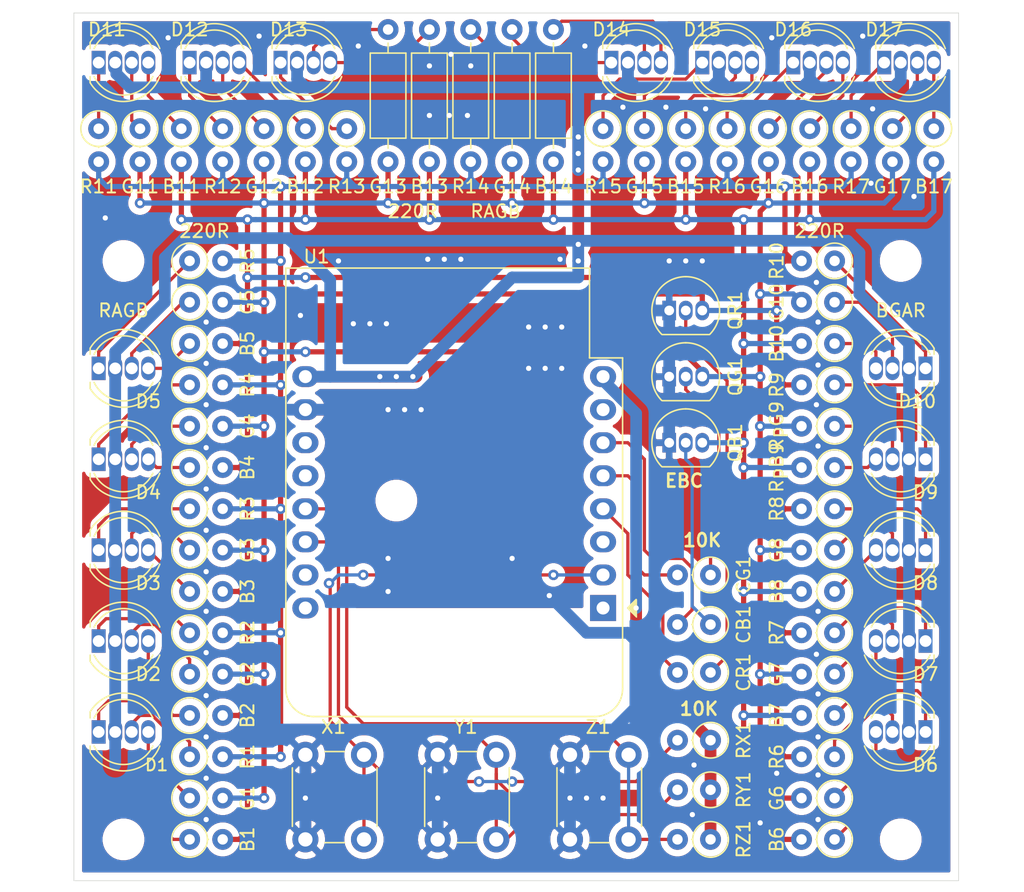
<source format=kicad_pcb>
(kicad_pcb (version 20211014) (generator pcbnew)
  (layers (0 "F.Cu" signal) (31 "B.Cu" signal) (34 "B.Paste" user) (35 "F.Paste" user) (36 "B.SilkS" user "B.Silkscreen") (37 "F.SilkS" user "F.Silkscreen") (38 "B.Mask" user) (39 "F.Mask" user) (44 "Edge.Cuts" user))
  (net 0 "")
  (net 1 "Net-(D1-Pad3)")
  (net 2 "+5V")
  (net 3 "Net-(D1-Pad1)")
  (net 4 "Net-(D2-Pad3)")
  (net 5 "Net-(D2-Pad1)")
  (net 6 "Net-(D3-Pad3)")
  (net 7 "Net-(D3-Pad1)")
  (net 8 "Net-(D4-Pad3)")
  (net 9 "Net-(D4-Pad1)")
  (net 10 "Net-(D5-Pad3)")
  (net 11 "Net-(D5-Pad1)")
  (net 12 "Net-(D6-Pad3)")
  (net 13 "Net-(D6-Pad1)")
  (net 14 "Net-(D7-Pad3)")
  (net 15 "Net-(D7-Pad1)")
  (net 16 "Net-(D8-Pad3)")
  (net 17 "Net-(D8-Pad1)")
  (net 18 "Net-(D9-Pad4)")
  (net 19 "Net-(D9-Pad3)")
  (net 20 "Net-(D9-Pad1)")
  (net 21 "Net-(D10-Pad3)")
  (net 22 "Net-(D10-Pad1)")
  (net 23 "Net-(D11-Pad3)")
  (net 24 "Net-(D11-Pad1)")
  (net 25 "Net-(D12-Pad3)")
  (net 26 "Net-(D12-Pad1)")
  (net 27 "Net-(D13-Pad3)")
  (net 28 "Net-(D13-Pad1)")
  (net 29 "Net-(D14-Pad3)")
  (net 30 "Net-(D14-Pad1)")
  (net 31 "Net-(D15-Pad3)")
  (net 32 "Net-(D15-Pad1)")
  (net 33 "Net-(D16-Pad3)")
  (net 34 "Net-(D16-Pad1)")
  (net 35 "Net-(D17-Pad3)")
  (net 36 "Net-(D17-Pad1)")
  (net 37 "GND")
  (net 38 "/pB")
  (net 39 "/pG")
  (net 40 "/pR")
  (net 41 "/cB")
  (net 42 "/cG")
  (net 43 "/cR")
  (net 44 "+3V3")
  (net 45 "Net-(B1-Pad1)")
  (net 46 "Net-(B2-Pad1)")
  (net 47 "Net-(B3-Pad1)")
  (net 48 "Net-(B4-Pad1)")
  (net 49 "Net-(B5-Pad1)")
  (net 50 "Net-(B6-Pad1)")
  (net 51 "Net-(B7-Pad1)")
  (net 52 "Net-(B8-Pad1)")
  (net 53 "Net-(B10-Pad1)")
  (net 54 "Net-(B11-Pad1)")
  (net 55 "Net-(B12-Pad1)")
  (net 56 "Net-(B13-Pad1)")
  (net 57 "Net-(B14-Pad1)")
  (net 58 "Net-(B15-Pad1)")
  (net 59 "Net-(B16-Pad1)")
  (net 60 "Net-(B17-Pad1)")
  (net 61 "/iX")
  (net 62 "/iY")
  (net 63 "/iZ")
  (net 64 "Net-(CB1-Pad1)")
  (net 65 "Net-(CG1-Pad1)")
  (net 66 "Net-(CR1-Pad1)")
  (net 67 "Net-(U1-Pad7)")
  (net 68 "Net-(U1-Pad3)")
  (net 69 "Net-(U1-Pad16)")
  (net 70 "Net-(U1-Pad15)")
  (net 71 "Net-(U1-Pad12)")
  (net 72 "Net-(U1-Pad11)")
  (net 73 "Net-(U1-Pad1)")
  (footprint "LED_THT:LED_D5.0mm-4_RGB" (layer "F.Cu") (at 192.405 159.385)
    (fp_text reference "D1")
    (fp_text value "LED_RAGB")
  )
  (footprint "LED_THT:LED_D5.0mm-4_RGB" (layer "F.Cu") (at 192.405 152.4)
    (fp_text reference "D2")
    (fp_text value "LED_RAGB")
  )
  (footprint "LED_THT:LED_D5.0mm-4_RGB" (layer "F.Cu") (at 192.405 145.415)
    (fp_text reference "D3")
    (fp_text value "LED_RAGB")
  )
  (footprint "LED_THT:LED_D5.0mm-4_RGB" (layer "F.Cu") (at 192.405 138.43)
    (fp_text reference "D4")
    (fp_text value "LED_RAGB")
  )
  (footprint "LED_THT:LED_D5.0mm-4_RGB" (layer "F.Cu") (at 192.405 131.445)
    (fp_text reference "D5")
    (fp_text value "LED_RAGB")
  )
  (footprint "LED_THT:LED_D5.0mm-4_RGB" (layer "F.Cu") (at 255.905 152.4 180)
    (fp_text reference "D7")
    (fp_text value "LED_RAGB")
  )
  (footprint "LED_THT:LED_D5.0mm-4_RGB" (layer "F.Cu") (at 255.905 145.415 180)
    (fp_text reference "D8")
    (fp_text value "LED_RAGB")
  )
  (footprint "LED_THT:LED_D5.0mm-4_RGB" (layer "F.Cu") (at 255.905 138.43 180)
    (fp_text reference "D9")
    (fp_text value "LED_RAGB")
  )
  (footprint "LED_THT:LED_D5.0mm-4_RGB" (layer "F.Cu") (at 255.905 131.445 180)
    (fp_text reference "D10")
    (fp_text value "LED_RAGB")
  )
  (footprint "LED_THT:LED_D5.0mm-4_RGB" (layer "F.Cu") (at 192.405 107.95)
    (fp_text reference "D11")
    (fp_text value "LED_RAGB")
  )
  (footprint "LED_THT:LED_D5.0mm-4_RGB" (layer "F.Cu") (at 199.39 107.95)
    (fp_text reference "D12")
    (fp_text value "LED_RAGB")
  )
  (footprint "LED_THT:LED_D5.0mm-4_RGB" (layer "F.Cu") (at 206.375 107.95)
    (fp_text reference "D13")
    (fp_text value "LED_RAGB")
  )
  (footprint "LED_THT:LED_D5.0mm-4_RGB" (layer "F.Cu") (at 231.775 107.95)
    (fp_text reference "D14")
    (fp_text value "LED_RAGB")
  )
  (footprint "LED_THT:LED_D5.0mm-4_RGB" (layer "F.Cu") (at 238.76 107.95)
    (fp_text reference "D15")
    (fp_text value "LED_RAGB")
  )
  (footprint "LED_THT:LED_D5.0mm-4_RGB" (layer "F.Cu") (at 245.745 107.95)
    (fp_text reference "D16")
    (fp_text value "LED_RAGB")
  )
  (footprint "LED_THT:LED_D5.0mm-4_RGB" (layer "F.Cu") (at 252.73 107.95)
    (fp_text reference "D17")
    (fp_text value "LED_RAGB")
  )
  (footprint "Package_TO_SOT_THT:TO-92_Inline" (layer "F.Cu") (at 236.22 137.16)
    (fp_text reference "QB1")
    (fp_text value "Q_NPN_EBC")
  )
  (footprint "Package_TO_SOT_THT:TO-92_Inline" (layer "F.Cu") (at 236.22 132.08)
    (fp_text reference "QG1")
    (fp_text value "Q_NPN_EBC")
  )
  (footprint "Package_TO_SOT_THT:TO-92_Inline" (layer "F.Cu") (at 236.22 127)
    (fp_text reference "QR1")
    (fp_text value "Q_NPN_EBC")
  )
  (footprint "Resistor_THT:R_Axial_DIN0207_L6.3mm_D2.5mm_P2.54mm_Vertical" (layer "F.Cu") (at 239.395 151.13 180)
    (fp_text reference "CB1")
    (fp_text value "R")
  )
  (footprint "Resistor_THT:R_Axial_DIN0207_L6.3mm_D2.5mm_P2.54mm_Vertical" (layer "F.Cu") (at 239.395 147.32 180)
    (fp_text reference "CG1")
    (fp_text value "R")
  )
  (footprint "Resistor_THT:R_Axial_DIN0207_L6.3mm_D2.5mm_P2.54mm_Vertical" (layer "F.Cu") (at 239.395 154.813 180)
    (fp_text reference "CR1")
    (fp_text value "R")
  )
  (footprint "Resistor_THT:R_Axial_DIN0207_L6.3mm_D2.5mm_P2.54mm_Vertical" (layer "F.Cu") (at 239.395 160.02 180)
    (fp_text reference "RX1")
    (fp_text value "10k")
  )
  (footprint "Resistor_THT:R_Axial_DIN0207_L6.3mm_D2.5mm_P2.54mm_Vertical" (layer "F.Cu") (at 239.395 163.83 180)
    (fp_text reference "RY1")
    (fp_text value "10k")
  )
  (footprint "Resistor_THT:R_Axial_DIN0207_L6.3mm_D2.5mm_P2.54mm_Vertical" (layer "F.Cu") (at 239.395 167.64 180)
    (fp_text reference "RZ1")
    (fp_text value "10k")
  )
  (footprint "Resistor_THT:R_Axial_DIN0207_L6.3mm_D2.5mm_P2.54mm_Vertical" (layer "F.Cu") (at 199.39 167.64)
    (fp_text reference "B1")
    (fp_text value "220")
  )
  (footprint "Resistor_THT:R_Axial_DIN0207_L6.3mm_D2.5mm_P2.54mm_Vertical" (layer "F.Cu") (at 199.39 158.115)
    (fp_text reference "B2")
    (fp_text value "220")
  )
  (footprint "Resistor_THT:R_Axial_DIN0207_L6.3mm_D2.5mm_P2.54mm_Vertical" (layer "F.Cu") (at 199.39 148.59)
    (fp_text reference "B3")
    (fp_text value "220")
  )
  (footprint "Resistor_THT:R_Axial_DIN0207_L6.3mm_D2.5mm_P2.54mm_Vertical" (layer "F.Cu") (at 199.39 139.065)
    (fp_text reference "B4")
    (fp_text value "220")
  )
  (footprint "Resistor_THT:R_Axial_DIN0207_L6.3mm_D2.5mm_P2.54mm_Vertical" (layer "F.Cu") (at 199.39 129.54)
    (fp_text reference "B5")
    (fp_text value "220")
  )
  (footprint "Resistor_THT:R_Axial_DIN0207_L6.3mm_D2.5mm_P2.54mm_Vertical" (layer "F.Cu") (at 248.92 158.115 180)
    (fp_text reference "B7")
    (fp_text value "220")
  )
  (footprint "Resistor_THT:R_Axial_DIN0207_L6.3mm_D2.5mm_P2.54mm_Vertical" (layer "F.Cu") (at 248.92 148.59 180)
    (fp_text reference "B8")
    (fp_text value "220")
  )
  (footprint "Resistor_THT:R_Axial_DIN0207_L6.3mm_D2.5mm_P2.54mm_Vertical" (layer "F.Cu") (at 248.92 139.065 180)
    (fp_text reference "RpB9")
    (fp_text value "220")
  )
  (footprint "Resistor_THT:R_Axial_DIN0207_L6.3mm_D2.5mm_P2.54mm_Vertical" (layer "F.Cu") (at 248.92 129.54 180)
    (fp_text reference "B10")
    (fp_text value "220")
  )
  (footprint "Resistor_THT:R_Axial_DIN0207_L6.3mm_D2.5mm_P2.54mm_Vertical" (layer "F.Cu") (at 198.755 113.03 -90)
    (fp_text reference "B11")
    (fp_text value "220")
  )
  (footprint "Resistor_THT:R_Axial_DIN0207_L6.3mm_D2.5mm_P2.54mm_Vertical" (layer "F.Cu") (at 208.28 113.03 -90)
    (fp_text reference "B12")
    (fp_text value "220")
  )
  (footprint "Resistor_THT:R_Axial_DIN0207_L6.3mm_D2.5mm_P10.16mm_Horizontal" (layer "F.Cu") (at 217.805 105.41 -90)
    (fp_text reference "B13")
    (fp_text value "220")
  )
  (footprint "Resistor_THT:R_Axial_DIN0207_L6.3mm_D2.5mm_P10.16mm_Horizontal" (layer "F.Cu") (at 227.33 105.41 -90)
    (fp_text reference "B14")
    (fp_text value "220")
  )
  (footprint "Resistor_THT:R_Axial_DIN0207_L6.3mm_D2.5mm_P2.54mm_Vertical" (layer "F.Cu") (at 237.49 113.03 -90)
    (fp_text reference "B15")
    (fp_text value "220")
  )
  (footprint "Resistor_THT:R_Axial_DIN0207_L6.3mm_D2.5mm_P2.54mm_Vertical" (layer "F.Cu") (at 247.015 113.03 -90)
    (fp_text reference "B16")
    (fp_text value "220")
  )
  (footprint "Resistor_THT:R_Axial_DIN0207_L6.3mm_D2.5mm_P2.54mm_Vertical" (layer "F.Cu") (at 256.54 113.03 -90)
    (fp_text reference "B17")
    (fp_text value "220")
  )
  (footprint "Resistor_THT:R_Axial_DIN0207_L6.3mm_D2.5mm_P2.54mm_Vertical" (layer "F.Cu") (at 199.39 164.465)
    (fp_text reference "G1")
    (fp_text value "220")
  )
  (footprint "Resistor_THT:R_Axial_DIN0207_L6.3mm_D2.5mm_P2.54mm_Vertical" (layer "F.Cu") (at 199.39 154.94)
    (fp_text reference "G2")
    (fp_text value "220")
  )
  (footprint "Resistor_THT:R_Axial_DIN0207_L6.3mm_D2.5mm_P2.54mm_Vertical" (layer "F.Cu") (at 199.39 145.415)
    (fp_text reference "G3")
    (fp_text value "220")
  )
  (footprint "Resistor_THT:R_Axial_DIN0207_L6.3mm_D2.5mm_P2.54mm_Vertical" (layer "F.Cu") (at 199.39 135.89)
    (fp_text reference "G4")
    (fp_text value "220")
  )
  (footprint "Resistor_THT:R_Axial_DIN0207_L6.3mm_D2.5mm_P2.54mm_Vertical" (layer "F.Cu") (at 199.39 126.365)
    (fp_text reference "G5")
    (fp_text value "220")
  )
  (footprint "Resistor_THT:R_Axial_DIN0207_L6.3mm_D2.5mm_P2.54mm_Vertical" (layer "F.Cu") (at 248.92 154.94 180)
    (fp_text reference "G7")
    (fp_text value "220")
  )
  (footprint "Resistor_THT:R_Axial_DIN0207_L6.3mm_D2.5mm_P2.54mm_Vertical" (layer "F.Cu") (at 248.92 145.415 180)
    (fp_text reference "G8")
    (fp_text value "220")
  )
  (footprint "Resistor_THT:R_Axial_DIN0207_L6.3mm_D2.5mm_P2.54mm_Vertical" (layer "F.Cu") (at 248.92 135.89 180)
    (fp_text reference "RpG9")
    (fp_text value "220")
  )
  (footprint "Resistor_THT:R_Axial_DIN0207_L6.3mm_D2.5mm_P2.54mm_Vertical" (layer "F.Cu") (at 248.92 126.365 180)
    (fp_text reference "G10")
    (fp_text value "220")
  )
  (footprint "Resistor_THT:R_Axial_DIN0207_L6.3mm_D2.5mm_P2.54mm_Vertical" (layer "F.Cu") (at 195.58 113.03 -90)
    (fp_text reference "G11")
    (fp_text value "220")
  )
  (footprint "Resistor_THT:R_Axial_DIN0207_L6.3mm_D2.5mm_P2.54mm_Vertical" (layer "F.Cu") (at 205.105 113.03 -90)
    (fp_text reference "G12")
    (fp_text value "220")
  )
  (footprint "Resistor_THT:R_Axial_DIN0207_L6.3mm_D2.5mm_P10.16mm_Horizontal" (layer "F.Cu") (at 214.63 105.41 -90)
    (fp_text reference "G13")
    (fp_text value "220")
  )
  (footprint "Resistor_THT:R_Axial_DIN0207_L6.3mm_D2.5mm_P10.16mm_Horizontal" (layer "F.Cu") (at 224.155 105.41 -90)
    (fp_text reference "G14")
    (fp_text value "220")
  )
  (footprint "Resistor_THT:R_Axial_DIN0207_L6.3mm_D2.5mm_P2.54mm_Vertical" (layer "F.Cu") (at 234.315 113.03 -90)
    (fp_text reference "G15")
    (fp_text value "220")
  )
  (footprint "Resistor_THT:R_Axial_DIN0207_L6.3mm_D2.5mm_P2.54mm_Vertical" (layer "F.Cu") (at 243.84 113.03 -90)
    (fp_text reference "G16")
    (fp_text value "220")
  )
  (footprint "Resistor_THT:R_Axial_DIN0207_L6.3mm_D2.5mm_P2.54mm_Vertical" (layer "F.Cu") (at 253.365 113.03 -90)
    (fp_text reference "G17")
    (fp_text value "220")
  )
  (footprint "Resistor_THT:R_Axial_DIN0207_L6.3mm_D2.5mm_P2.54mm_Vertical" (layer "F.Cu") (at 199.39 161.29)
    (fp_text reference "R1")
    (fp_text value "220")
  )
  (footprint "Resistor_THT:R_Axial_DIN0207_L6.3mm_D2.5mm_P2.54mm_Vertical" (layer "F.Cu") (at 199.39 151.765)
    (fp_text reference "R2")
    (fp_text value "220")
  )
  (footprint "Resistor_THT:R_Axial_DIN0207_L6.3mm_D2.5mm_P2.54mm_Vertical" (layer "F.Cu") (at 199.39 142.24)
    (fp_text reference "R3")
    (fp_text value "220")
  )
  (footprint "Resistor_THT:R_Axial_DIN0207_L6.3mm_D2.5mm_P2.54mm_Vertical" (layer "F.Cu") (at 199.39 132.715)
    (fp_text reference "R4")
    (fp_text value "220")
  )
  (footprint "Resistor_THT:R_Axial_DIN0207_L6.3mm_D2.5mm_P2.54mm_Vertical" (layer "F.Cu") (at 199.39 123.19)
    (fp_text reference "R5")
    (fp_text value "220")
  )
  (footprint "Resistor_THT:R_Axial_DIN0207_L6.3mm_D2.5mm_P2.54mm_Vertical" (layer "F.Cu") (at 248.92 151.765 180)
    (fp_text reference "R7")
    (fp_text value "220")
  )
  (footprint "Resistor_THT:R_Axial_DIN0207_L6.3mm_D2.5mm_P2.54mm_Vertical" (layer "F.Cu") (at 248.92 142.24 180)
    (fp_text reference "R8")
    (fp_text value "220")
  )
  (footprint "Resistor_THT:R_Axial_DIN0207_L6.3mm_D2.5mm_P2.54mm_Vertical" (layer "F.Cu") (at 248.92 132.715 180)
    (fp_text reference "R9")
    (fp_text value "220")
  )
  (footprint "Resistor_THT:R_Axial_DIN0207_L6.3mm_D2.5mm_P2.54mm_Vertical" (layer "F.Cu") (at 248.92 123.19 180)
    (fp_text reference "R10")
    (fp_text value "220")
  )
  (footprint "Resistor_THT:R_Axial_DIN0207_L6.3mm_D2.5mm_P2.54mm_Vertical" (layer "F.Cu") (at 192.405 113.03 -90)
    (fp_text reference "R11")
    (fp_text value "220")
  )
  (footprint "Resistor_THT:R_Axial_DIN0207_L6.3mm_D2.5mm_P2.54mm_Vertical" (layer "F.Cu") (at 201.93 113.03 -90)
    (fp_text reference "R12")
    (fp_text value "220")
  )
  (footprint "Resistor_THT:R_Axial_DIN0207_L6.3mm_D2.5mm_P2.54mm_Vertical" (layer "F.Cu") (at 211.455 113.03 -90)
    (fp_text reference "R13")
    (fp_text value "220")
  )
  (footprint "Resistor_THT:R_Axial_DIN0207_L6.3mm_D2.5mm_P10.16mm_Horizontal" (layer "F.Cu") (at 220.98 105.41 -90)
    (fp_text reference "R14")
    (fp_text value "220")
  )
  (footprint "Resistor_THT:R_Axial_DIN0207_L6.3mm_D2.5mm_P2.54mm_Vertical" (layer "F.Cu") (at 231.14 113.03 -90)
    (fp_text reference "R15")
    (fp_text value "220")
  )
  (footprint "Resistor_THT:R_Axial_DIN0207_L6.3mm_D2.5mm_P2.54mm_Vertical" (layer "F.Cu") (at 240.665 113.03 -90)
    (fp_text reference "R16")
    (fp_text value "220")
  )
  (footprint "Resistor_THT:R_Axial_DIN0207_L6.3mm_D2.5mm_P2.54mm_Vertical" (layer "F.Cu") (at 250.19 113.03 -90)
    (fp_text reference "R17")
    (fp_text value "220")
  )
  (footprint "Button_Switch_THT:SW_PUSH_6mm" (layer "F.Cu") (at 208.28 167.64 90)
    (fp_text reference "X1")
    (fp_text value "SW_Push")
  )
  (footprint "Button_Switch_THT:SW_PUSH_6mm" (layer "F.Cu") (at 218.44 167.64 90)
    (fp_text reference "Y1")
    (fp_text value "SW_Push")
  )
  (footprint "Button_Switch_THT:SW_PUSH_6mm" (layer "F.Cu") (at 228.6 167.64 90)
    (fp_text reference "Z1")
    (fp_text value "SW_Push")
  )
  (footprint "Module:WEMOS_D1_mini_light" (layer "F.Cu") (at 231.14 149.86 180)
    (fp_text reference "U1")
    (fp_text value "WeMos_D1_mini")
  )
  (footprint "LED_THT:LED_D5.0mm-4_RGB" (layer "F.Cu") (at 255.905 159.385 180)
    (fp_text reference "D6")
    (fp_text value "LED_RAGB")
  )
  (footprint "Resistor_THT:R_Axial_DIN0207_L6.3mm_D2.5mm_P2.54mm_Vertical" (layer "F.Cu") (at 248.92 161.29 180)
    (fp_text reference "R6")
    (fp_text value "220")
  )
  (footprint "Resistor_THT:R_Axial_DIN0207_L6.3mm_D2.5mm_P2.54mm_Vertical" (layer "F.Cu") (at 248.92 167.64 180)
    (fp_text reference "B6")
    (fp_text value "220")
  )
  (footprint "Resistor_THT:R_Axial_DIN0207_L6.3mm_D2.5mm_P2.54mm_Vertical" (layer "F.Cu") (at 248.92 164.465 180)
    (fp_text reference "G6")
    (fp_text value "220")
  )
  (footprint "MountingHole:MountingHole_2.2mm_M2" (layer "F.Cu") (at 194.31 167.64)
    (fp_text reference "REF**")
    (fp_text value "MountingHole_2.2mm_M2")
  )
  (footprint "MountingHole:MountingHole_2.2mm_M2" (layer "F.Cu") (at 254 167.64)
    (fp_text reference "REF**")
    (fp_text value "MountingHole_2.2mm_M2")
  )
  (footprint "MountingHole:MountingHole_2.2mm_M2" (layer "F.Cu") (at 254 123.19)
    (fp_text reference "REF**")
    (fp_text value "MountingHole_2.2mm_M2")
  )
  (footprint "MountingHole:MountingHole_2.2mm_M2" (layer "F.Cu") (at 194.31 123.19)
    (fp_text reference "REF**")
    (fp_text value "MountingHole_2.2mm_M2")
  )
  (footprint "MountingHole:MountingHole_2.2mm_M2" (layer "F.Cu") (at 215.265 141.605)
    (fp_text reference "REF**")
    (fp_text value "MountingHole_2.2mm_M2")
  )
  (gr_line (start 258.445 170.815) (end 258.445 104.14) (layer "Edge.Cuts") (width 0.05))
  (gr_line (start 190.5 170.815) (end 258.445 170.815) (layer "Edge.Cuts") (width 0.05))
  (gr_line (start 190.5 104.14) (end 190.5 170.815) (layer "Edge.Cuts") (width 0.05))
  (gr_line (start 258.445 104.14) (end 190.5 104.14) (layer "Edge.Cuts") (width 0.05))
  (gr_text "10K" (at 238.506 157.607) (layer "F.SilkS") (effects (font (size 1 1) (thickness 0.2))))
  (gr_text "220R" (at 216.535 119.38) (layer "F.SilkS") (effects (font (size 1 1))))
  (gr_text "RAGB" (at 222.885 119.38) (layer "F.SilkS") (effects (font (size 1 1))))
  (gr_text "BGAR" (at 254 127) (layer "F.SilkS") (effects (font (size 1 1))))
  (gr_text "220R" (at 200.533 120.904) (layer "F.SilkS") (effects (font (size 1 1))))
  (gr_text "EBC" (at 237.363 140.081) (layer "F.SilkS") (effects (font (size 1 1) (thickness 0.2))))
  (gr_text "RAGB" (at 194.31 127) (layer "F.SilkS") (effects (font (size 1 1))))
  (gr_text "220R" (at 247.777 120.904) (layer "F.SilkS") (effects (font (size 1 1))))
  (gr_text "10K" (at 238.76 144.653) (layer "F.SilkS") (effects (font (size 1 1) (thickness 0.2))))
  (segment (start 196.526237 158.115) (end 195.58 158.115) (width 0.25) (layer "F.Cu") (net 1))
  (segment (start 197.485 162.56) (end 197.485 159.073763) (width 0.25) (layer "F.Cu") (net 1))
  (segment (start 195.58 158.115) (end 194.945 158.75) (width 0.25) (layer "F.Cu") (net 1))
  (segment (start 197.485 159.073763) (end 196.526237 158.115) (width 0.25) (layer "F.Cu") (net 1))
  (segment (start 194.945 158.75) (end 194.945 159.385) (width 0.25) (layer "F.Cu") (net 1))
  (segment (start 199.39 164.465) (end 197.485 162.56) (width 0.25) (layer "F.Cu") (net 1))
  (segment (start 229.235 123.19) (end 229.235 123.19) (width 0.9) (layer "F.Cu") (net 2))
  (segment (start 216.535 132.08) (end 215.265 132.08) (width 0.9) (layer "F.Cu") (net 2))
  (segment (start 215.265 132.08) (end 213.995 132.08) (width 0.9) (layer "F.Cu") (net 2))
  (segment (start 213.995 132.08) (end 208.28 132.08) (width 0.9) (layer "F.Cu") (net 2))
  (segment (start 229.235 121.285) (end 229.235 121.92) (width 0.9) (layer "F.Cu") (net 2))
  (segment (start 229.235 113.665) (end 229.235 121.285) (width 0.9) (layer "F.Cu") (net 2))
  (segment (start 216.819002 132.08) (end 216.535 132.08) (width 0.9) (layer "F.Cu") (net 2))
  (via (at 215.265 132.08) (size 0.8) (drill 0.4) (layers "F.Cu" "B.Cu") (net 2))
  (via (at 229.235 114.935) (size 0.8) (drill 0.4) (layers "F.Cu" "B.Cu") (net 2))
  (via (at 216.535 132.08) (size 0.8) (drill 0.4) (layers "F.Cu" "B.Cu") (net 2))
  (via (at 229.235 116.205) (size 0.8) (drill 0.4) (layers "F.Cu" "B.Cu") (net 2))
  (via (at 229.235 113.665) (size 0.8) (drill 0.4) (layers "F.Cu" "B.Cu") (net 2))
  (via (at 229.235 123.19) (size 0.8) (drill 0.4) (layers "F.Cu" "B.Cu") (net 2))
  (via (at 229.235 121.92) (size 0.8) (drill 0.4) (layers "F.Cu" "B.Cu") (net 2))
  (via (at 213.995 132.08) (size 0.8) (drill 0.4) (layers "F.Cu" "B.Cu") (net 2))
  (segment (start 229.235 116.205) (end 229.235 116.205) (width 0.9) (layer "B.Cu") (net 2))
  (segment (start 229.235 114.935) (end 229.235 116.205) (width 0.9) (layer "B.Cu") (net 2))
  (segment (start 229.235 113.665) (end 229.235 114.935) (width 0.9) (layer "B.Cu") (net 2))
  (segment (start 197.485 122.948998) (end 197.485 126.365) (width 0.9) (layer "B.Cu") (net 2))
  (segment (start 254.635 131.445) (end 254.635 160.720002) (width 0.9) (layer "B.Cu") (net 2))
  (segment (start 200.66 107.95) (end 200.66 109.75) (width 0.9) (layer "B.Cu") (net 2))
  (segment (start 247.015 109.285002) (end 246.445002 109.855) (width 0.9) (layer "B.Cu") (net 2))
  (segment (start 250.825 125.73) (end 254.635 129.54) (width 0.9) (layer "B.Cu") (net 2))
  (segment (start 245.745 109.855) (end 240.665 109.855) (width 0.9) (layer "B.Cu") (net 2))
  (segment (start 229.515001 121.639999) (end 229.235 121.92) (width 0.9) (layer "B.Cu") (net 2))
  (segment (start 254 109.285002) (end 253.430002 109.855) (width 0.9) (layer "B.Cu") (net 2))
  (segment (start 246.445002 109.855) (end 245.745 109.855) (width 0.9) (layer "B.Cu") (net 2))
  (segment (start 233.045 109.22) (end 233.68 109.855) (width 0.9) (layer "B.Cu") (net 2))
  (segment (start 224.155 124.46) (end 216.535 132.08) (width 0.9) (layer "B.Cu") (net 2))
  (segment (start 232.475002 109.855) (end 231.775 109.855) (width 0.9) (layer "B.Cu") (net 2))
  (segment (start 229.235 121.92) (end 229.235 123.19) (width 0.9) (layer "B.Cu") (net 2))
  (segment (start 230.224999 121.639999) (end 229.515001 121.639999) (width 0.9) (layer "B.Cu") (net 2))
  (segment (start 229.235 109.855) (end 208.28 109.855) (width 0.9) (layer "B.Cu") (net 2))
  (segment (start 193.675 161.925) (end 193.675 130.175) (width 0.9) (layer "B.Cu") (net 2))
  (segment (start 233.68 109.855) (end 231.775 109.855) (width 0.9) (layer "B.Cu") (net 2))
  (segment (start 193.75999 108.805847) (end 193.75999 108.03499) (width 0.9) (layer "B.Cu") (net 2))
  (segment (start 230.224999 121.639999) (end 207.162001 121.639999) (width 0.9) (layer "B.Cu") (net 2))
  (segment (start 207.645 109.22) (end 208.28 109.855) (width 0.9) (layer "B.Cu") (net 2))
  (segment (start 233.045 109.285002) (end 232.475002 109.855) (width 0.9) (layer "B.Cu") (net 2))
  (segment (start 247.015 107.95) (end 247.015 109.22) (width 0.9) (layer "B.Cu") (net 2))
  (segment (start 254 107.95) (end 254 109.285002) (width 0.9) (layer "B.Cu") (net 2))
  (segment (start 240.03 109.22) (end 240.665 109.855) (width 0.9) (layer "B.Cu") (net 2))
  (segment (start 239.395 109.855) (end 238.76 109.855) (width 0.9) (layer "B.Cu") (net 2))
  (segment (start 240.03 107.95) (end 240.03 109.75) (width 0.9) (layer "B.Cu") (net 2))
  (segment (start 197.485 126.365) (end 193.675 130.175) (width 0.9) (layer "B.Cu") (net 2))
  (segment (start 240.03 107.95) (end 240.03 109.285002) (width 0.9) (layer "B.Cu") (net 2))
  (segment (start 238.76 109.855) (end 233.68 109.855) (width 0.9) (layer "B.Cu") (net 2))
  (segment (start 201.93 109.855) (end 194.809143 109.855) (width 0.9) (layer "B.Cu") (net 2))
  (segment (start 254.635 129.54) (end 254.635 131.445) (width 0.9) (layer "B.Cu") (net 2))
  (segment (start 216.535 132.08) (end 210.185 132.08) (width 0.9) (layer "B.Cu") (net 2))
  (segment (start 207.645 107.95) (end 207.645 109.22) (width 0.9) (layer "B.Cu") (net 2))
  (segment (start 247.015 107.95) (end 247.015 109.285002) (width 0.9) (layer "B.Cu") (net 2))
  (segment (start 194.809143 109.855) (end 193.75999 108.805847) (width 0.9) (layer "B.Cu") (net 2))
  (segment (start 240.665 109.855) (end 239.395 109.855) (width 0.9) (layer "B.Cu") (net 2))
  (segment (start 210.185 132.08) (end 210.185 124.662998) (width 0.9) (layer "B.Cu") (net 2))
  (segment (start 229.235 109.855) (end 229.235 113.665) (width 0.9) (layer "B.Cu") (net 2))
  (segment (start 249.909999 121.639999) (end 250.825 122.555) (width 0.9) (layer "B.Cu") (net 2))
  (segment (start 206.962001 121.439999) (end 198.993999 121.439999) (width 0.9) (layer "B.Cu") (net 2))
  (segment (start 200.66 109.75) (end 200.765 109.855) (width 0.9) (layer "B.Cu") (net 2))
  (segment (start 247.65 109.855) (end 245.745 109.855) (width 0.9) (layer "B.Cu") (net 2))
  (segment (start 240.03 109.285002) (end 239.460002 109.855) (width 0.9) (layer "B.Cu") (net 2))
  (segment (start 247.015 109.22) (end 247.65 109.855) (width 0.9) (layer "B.Cu") (net 2))
  (segment (start 200.765 109.855) (end 201.93 109.855) (width 0.9) (layer "B.Cu") (net 2))
  (segment (start 231.775 109.855) (end 229.235 109.855) (width 0.9) (layer "B.Cu") (net 2))
  (segment (start 208.28 109.855) (end 201.93 109.855) (width 0.9) (layer "B.Cu") (net 2))
  (segment (start 240.03 109.75) (end 239.925 109.855) (width 0.9) (layer "B.Cu") (net 2))
  (segment (start 198.993999 121.439999) (end 197.485 122.948998) (width 0.9) (layer "B.Cu") (net 2))
  (segment (start 233.045 107.95) (end 233.045 109.22) (width 0.9) (layer "B.Cu") (net 2))
  (segment (start 239.925 109.855) (end 238.76 109.855) (width 0.9) (layer "B.Cu") (net 2))
  (segment (start 210.185 132.08) (end 208.28 132.08) (width 0.9) (layer "B.Cu") (net 2))
  (segment (start 253.430002 109.855) (end 247.65 109.855) (width 0.9) (layer "B.Cu") (net 2))
  (segment (start 229.235 123.19) (end 229.235 124.46) (width 0.9) (layer "B.Cu") (net 2))
  (segment (start 230.224999 121.639999) (end 249.909999 121.639999) (width 0.9) (layer "B.Cu") (net 2))
  (segment (start 229.235 124.46) (end 224.155 124.46) (width 0.9) (layer "B.Cu") (net 2))
  (segment (start 207.162001 121.639999) (end 206.962001 121.439999) (width 0.9) (layer "B.Cu") (net 2))
  (segment (start 240.03 107.95) (end 240.03 109.22) (width 0.9) (layer "B.Cu") (net 2))
  (segment (start 210.185 124.662998) (end 206.962001 121.439999) (width 0.9) (layer "B.Cu") (net 2))
  (segment (start 250.825 122.555) (end 250.825 125.73) (width 0.9) (layer "B.Cu") (net 2))
  (segment (start 239.460002 109.855) (end 239.395 109.855) (width 0.9) (layer "B.Cu") (net 2))
  (segment (start 193.75999 108.03499) (end 193.675 107.95) (width 0.9) (layer "B.Cu") (net 2))
  (segment (start 233.045 107.95) (end 233.045 109.285002) (width 0.9) (layer "B.Cu") (net 2))
  (segment (start 199.39 161.29) (end 199.39 160.15863) (width 0.25) (layer "F.Cu") (net 3))
  (segment (start 199.39 160.15863) (end 196.215 156.98363) (width 0.25) (layer "F.Cu") (net 3))
  (segment (start 193.17863 156.98363) (end 192.405 157.75726) (width 0.25) (layer "F.Cu") (net 3))
  (segment (start 192.405 157.75726) (end 192.405 159.385) (width 0.25) (layer "F.Cu") (net 3))
  (segment (start 196.215 156.98363) (end 193.17863 156.98363) (width 0.25) (layer "F.Cu") (net 3))
  (segment (start 196.71137 151.13) (end 195.58 151.13) (width 0.25) (layer "F.Cu") (net 4))
  (segment (start 194.945 151.765) (end 194.945 152.4) (width 0.25) (layer "F.Cu") (net 4))
  (segment (start 199.39 154.94) (end 199.39 153.80863) (width 0.25) (layer "F.Cu") (net 4))
  (segment (start 195.58 151.13) (end 194.945 151.765) (width 0.25) (layer "F.Cu") (net 4))
  (segment (start 199.39 153.80863) (end 196.71137 151.13) (width 0.25) (layer "F.Cu") (net 4))
  (segment (start 199.39 151.765) (end 198.304991 150.679991) (width 0.25) (layer "F.Cu") (net 5))
  (segment (start 198.304991 150.679991) (end 192.975009 150.679991) (width 0.25) (layer "F.Cu") (net 5))
  (segment (start 192.975009 150.679991) (end 192.405 151.25) (width 0.25) (layer "F.Cu") (net 5))
  (segment (start 192.405 151.25) (end 192.405 152.4) (width 0.25) (layer "F.Cu") (net 5))
  (segment (start 194.945 144.145) (end 194.945 145.415) (width 0.25) (layer "F.Cu") (net 6))
  (segment (start 197.485 143.51) (end 195.58 143.51) (width 0.25) (layer "F.Cu") (net 6))
  (segment (start 199.39 145.415) (end 197.485 143.51) (width 0.25) (layer "F.Cu") (net 6))
  (segment (start 195.58 143.51) (end 194.945 144.145) (width 0.25) (layer "F.Cu") (net 6))
  (segment (start 192.405 143.51) (end 193.675 142.24) (width 0.25) (layer "F.Cu") (net 7))
  (segment (start 192.405 145.415) (end 192.405 143.51) (width 0.25) (layer "F.Cu") (net 7))
  (segment (start 193.675 142.24) (end 199.39 142.24) (width 0.25) (layer "F.Cu") (net 7))
  (segment (start 194.945 137.28) (end 196.335 135.89) (width 0.25) (layer "F.Cu") (net 8))
  (segment (start 194.945 138.43) (end 194.945 137.28) (width 0.25) (layer "F.Cu") (net 8))
  (segment (start 196.335 135.89) (end 199.39 135.89) (width 0.25) (layer "F.Cu") (net 8))
  (segment (start 192.405 138.43) (end 192.405 137.28) (width 0.25) (layer "F.Cu") (net 9))
  (segment (start 192.405 137.28) (end 196.97 132.715) (width 0.25) (layer "F.Cu") (net 9))
  (segment (start 196.97 132.715) (end 199.39 132.715) (width 0.25) (layer "F.Cu") (net 9))
  (segment (start 194.945 130.295) (end 198.875 126.365) (width 0.25) (layer "F.Cu") (net 10))
  (segment (start 194.945 131.445) (end 194.945 130.295) (width 0.25) (layer "F.Cu") (net 10))
  (segment (start 198.875 126.365) (end 199.39 126.365) (width 0.25) (layer "F.Cu") (net 10))
  (segment (start 192.405 131.445) (end 192.405 130.175) (width 0.25) (layer "F.Cu") (net 11))
  (segment (start 192.405 130.175) (end 199.39 123.19) (width 0.25) (layer "F.Cu") (net 11))
  (segment (start 248.92 164.465) (end 250.825 162.56) (width 0.25) (layer "F.Cu") (net 12))
  (segment (start 253.365 158.115) (end 253.365 159.385) (width 0.25) (layer "F.Cu") (net 12))
  (segment (start 250.825 162.56) (end 250.825 158.75141) (width 0.25) (layer "F.Cu") (net 12))
  (segment (start 252.73 157.48) (end 253.365 158.115) (width 0.25) (layer "F.Cu") (net 12))
  (segment (start 252.09641 157.48) (end 252.73 157.48) (width 0.25) (layer "F.Cu") (net 12))
  (segment (start 250.825 158.75141) (end 252.09641 157.48) (width 0.25) (layer "F.Cu") (net 12))
  (segment (start 248.92 160.02) (end 252.73 156.21) (width 0.25) (layer "F.Cu") (net 13))
  (segment (start 255.905 156.845) (end 255.905 159.385) (width 0.25) (layer "F.Cu") (net 13))
  (segment (start 255.27 156.21) (end 255.905 156.845) (width 0.25) (layer "F.Cu") (net 13))
  (segment (start 248.92 161.29) (end 248.92 160.02) (width 0.25) (layer "F.Cu") (net 13))
  (segment (start 252.73 156.21) (end 255.27 156.21) (width 0.25) (layer "F.Cu") (net 13))
  (segment (start 253.365 151.13) (end 253.365 152.4) (width 0.25) (layer "F.Cu") (net 14))
  (segment (start 250.825 153.035) (end 250.825 151.13) (width 0.25) (layer "F.Cu") (net 14))
  (segment (start 248.92 154.94) (end 250.825 153.035) (width 0.25) (layer "F.Cu") (net 14))
  (segment (start 252.73 150.495) (end 253.365 151.13) (width 0.25) (layer "F.Cu") (net 14))
  (segment (start 251.46 150.495) (end 252.73 150.495) (width 0.25) (layer "F.Cu") (net 14))
  (segment (start 250.825 151.13) (end 251.46 150.495) (width 0.25) (layer "F.Cu") (net 14))
  (segment (start 248.92 151.765) (end 250.825 149.86) (width 0.25) (layer "F.Cu") (net 15))
  (segment (start 250.825 149.86) (end 255.27 149.86) (width 0.25) (layer "F.Cu") (net 15))
  (segment (start 255.905 150.495) (end 255.905 152.4) (width 0.25) (layer "F.Cu") (net 15))
  (segment (start 255.27 149.86) (end 255.905 150.495) (width 0.25) (layer "F.Cu") (net 15))
  (segment (start 250.825 143.51) (end 252.73 143.51) (width 0.25) (layer "F.Cu") (net 16))
  (segment (start 252.73 143.51) (end 253.365 144.145) (width 0.25) (layer "F.Cu") (net 16))
  (segment (start 253.365 144.145) (end 253.365 145.415) (width 0.25) (layer "F.Cu") (net 16))
  (segment (start 248.92 145.415) (end 250.825 143.51) (width 0.25) (layer "F.Cu") (net 16))
  (segment (start 255.905 142.875) (end 255.905 145.415) (width 0.25) (layer "F.Cu") (net 17))
  (segment (start 255.27 142.24) (end 255.905 142.875) (width 0.25) (layer "F.Cu") (net 17))
  (segment (start 248.92 142.24) (end 255.27 142.24) (width 0.25) (layer "F.Cu") (net 17))
  (segment (start 248.92 139.065) (end 251.46 139.065) (width 0.25) (layer "F.Cu") (net 18))
  (segment (start 251.46 139.065) (end 252.095 138.43) (width 0.25) (layer "F.Cu") (net 18))
  (segment (start 253.365 136.525) (end 253.365 138.43) (width 0.25) (layer "F.Cu") (net 19))
  (segment (start 248.92 135.89) (end 252.73 135.89) (width 0.25) (layer "F.Cu") (net 19))
  (segment (start 252.73 135.89) (end 253.365 136.525) (width 0.25) (layer "F.Cu") (net 19))
  (segment (start 255.905 133.985) (end 255.905 138.43) (width 0.25) (layer "F.Cu") (net 20))
  (segment (start 254.635 132.715) (end 255.905 133.985) (width 0.25) (layer "F.Cu") (net 20))
  (segment (start 248.92 132.715) (end 254.635 132.715) (width 0.25) (layer "F.Cu") (net 20))
  (segment (start 253.365 128.905) (end 253.365 131.445) (width 0.25) (layer "F.Cu") (net 21))
  (segment (start 248.92 126.365) (end 250.825 126.365) (width 0.25) (layer "F.Cu") (net 21))
  (segment (start 250.825 126.365) (end 253.365 128.905) (width 0.25) (layer "F.Cu") (net 21))
  (segment (start 248.92 123.19) (end 255.905 130.175) (width 0.25) (layer "F.Cu") (net 22))
  (segment (start 255.905 130.175) (end 255.905 131.445) (width 0.25) (layer "F.Cu") (net 22))
  (segment (start 194.945 112.395) (end 194.945 107.95) (width 0.25) (layer "F.Cu") (net 23))
  (segment (start 195.58 113.03) (end 194.945 112.395) (width 0.25) (layer "F.Cu") (net 23))
  (segment (start 192.405 113.03) (end 192.405 107.95) (width 0.25) (layer "F.Cu") (net 24))
  (segment (start 205.105 113.03) (end 201.93 109.855) (width 0.25) (layer "F.Cu") (net 25))
  (segment (start 201.93 109.855) (end 201.93 107.95) (width 0.25) (layer "F.Cu") (net 25))
  (segment (start 201.93 113.03) (end 199.39 110.49) (width 0.25) (layer "F.Cu") (net 26))
  (segment (start 199.39 110.49) (end 199.39 107.95) (width 0.25) (layer "F.Cu") (net 26))
  (segment (start 210.305 105.41) (end 208.915 106.8) (width 0.25) (layer "F.Cu") (net 27))
  (segment (start 214.63 105.41) (end 210.305 105.41) (width 0.25) (layer "F.Cu") (net 27))
  (segment (start 208.915 106.8) (end 208.915 107.95) (width 0.25) (layer "F.Cu") (net 27))
  (segment (start 210.32363 113.03) (end 206.375 109.08137) (width 0.25) (layer "F.Cu") (net 28))
  (segment (start 211.455 113.03) (end 210.32363 113.03) (width 0.25) (layer "F.Cu") (net 28))
  (segment (start 206.375 109.08137) (end 206.375 107.95) (width 0.25) (layer "F.Cu") (net 28))
  (segment (start 233.68 105.41) (end 229.235 105.41) (width 0.25) (layer "F.Cu") (net 29))
  (segment (start 224.155 106.045) (end 224.155 105.41) (width 0.25) (layer "F.Cu") (net 29))
  (segment (start 227.33 107.315) (end 225.425 107.315) (width 0.25) (layer "F.Cu") (net 29))
  (segment (start 234.315 106.045) (end 233.68 105.41) (width 0.25) (layer "F.Cu") (net 29))
  (segment (start 225.425 107.315) (end 224.155 106.045) (width 0.25) (layer "F.Cu") (net 29))
  (segment (start 229.235 105.41) (end 227.33 107.315) (width 0.25) (layer "F.Cu") (net 29))
  (segment (start 234.315 107.95) (end 234.315 106.045) (width 0.25) (layer "F.Cu") (net 29))
  (segment (start 223.52 107.95) (end 231.775 107.95) (width 0.25) (layer "F.Cu") (net 30))
  (segment (start 220.98 105.41) (end 223.52 107.95) (width 0.25) (layer "F.Cu") (net 30))
  (segment (start 241.3 109.1) (end 241.3 107.95) (width 0.25) (layer "F.Cu") (net 31))
  (segment (start 234.95 109.855) (end 240.545 109.855) (width 0.25) (layer "F.Cu") (net 31))
  (segment (start 240.545 109.855) (end 241.3 109.1) (width 0.25) (layer "F.Cu") (net 31))
  (segment (start 234.315 113.03) (end 234.315 110.49) (width 0.25) (layer "F.Cu") (net 31))
  (segment (start 234.315 110.49) (end 234.95 109.855) (width 0.25) (layer "F.Cu") (net 31))
  (segment (start 237.49 109.22) (end 238.76 107.95) (width 0.25) (layer "F.Cu") (net 32))
  (segment (start 232.41 109.22) (end 237.49 109.22) (width 0.25) (layer "F.Cu") (net 32))
  (segment (start 231.14 110.49) (end 232.41 109.22) (width 0.25) (layer "F.Cu") (net 32))
  (segment (start 231.14 113.03) (end 231.14 110.49) (width 0.25) (layer "F.Cu") (net 32))
  (segment (start 248.285 108.585) (end 248.285 107.95) (width 0.25) (layer "F.Cu") (net 33))
  (segment (start 243.84 113.03) (end 248.285 108.585) (width 0.25) (layer "F.Cu") (net 33))
  (segment (start 242.57 111.125) (end 245.745 107.95) (width 0.25) (layer "F.Cu") (net 34))
  (segment (start 240.665 113.03) (end 240.665 111.76) (width 0.25) (layer "F.Cu") (net 34))
  (segment (start 240.665 111.76) (end 241.3 111.125) (width 0.25) (layer "F.Cu") (net 34))
  (segment (start 241.3 111.125) (end 242.57 111.125) (width 0.25) (layer "F.Cu") (net 34))
  (segment (start 255.27 111.125) (end 255.27 107.95) (width 0.25) (layer "F.Cu") (net 35))
  (segment (start 253.365 113.03) (end 255.27 111.125) (width 0.25) (layer "F.Cu") (net 35))
  (segment (start 250.19 110.49) (end 252.73 107.95) (width 0.25) (layer "F.Cu") (net 36))
  (segment (start 250.19 113.03) (end 250.19 110.49) (width 0.25) (layer "F.Cu") (net 36))
  (segment (start 214.63 134.62) (end 215.9 134.62) (width 0.9) (layer "F.Cu") (net 37))
  (segment (start 215.9 134.62) (end 217.17 134.62) (width 0.9) (layer "F.Cu") (net 37))
  (segment (start 217.17 134.62) (end 217.17 134.62) (width 0.9) (layer "F.Cu") (net 37))
  (segment (start 212.217 128.27) (end 211.963 128.016) (width 0.9) (layer "F.Cu") (net 37))
  (segment (start 227.965 128.27) (end 212.217 128.27) (width 0.9) (layer "F.Cu") (net 37))
  (segment (start 208.28 134.62) (end 217.17 134.62) (width 0.9) (layer "F.Cu") (net 37))
  (segment (start 208.28 161.14) (end 208.28 167.64) (width 0.9) (layer "F.Cu") (net 37))
  (via (at 251.841 111.506) (size 0.8) (drill 0.4) (layers "F.Cu" "B.Cu") (net 37))
  (via (at 200.66 147.066) (size 0.8) (drill 0.4) (layers "F.Cu" "B.Cu") (net 37))
  (via (at 247.65 127.889) (size 0.8) (drill 0.4) (layers "F.Cu" "B.Cu") (net 37))
  (via (at 251.714 117.221) (size 0.8) (drill 0.4) (layers "F.Cu" "B.Cu") (net 37))
  (via (at 228.6 164.465) (size 0.8) (drill 0.4) (layers "F.Cu" "B.Cu") (net 37))
  (via (at 225.425 128.27) (size 0.8) (drill 0.4) (layers "F.Cu" "B.Cu") (net 37))
  (via (at 247.65 162.687) (size 0.8) (drill 0.4) (layers "F.Cu" "B.Cu") (net 37))
  (via (at 200.66 134.239) (size 0.8) (drill 0.4) (layers "F.Cu" "B.Cu") (net 37))
  (via (at 247.65 137.414) (size 0.8) (drill 0.4) (layers "F.Cu" "B.Cu") (net 37))
  (via (at 247.523 153.416) (size 0.8) (drill 0.4) (layers "F.Cu" "B.Cu") (net 37))
  (via (at 231.14 164.465) (size 0.8) (drill 0.4) (layers "F.Cu" "B.Cu") (net 37))
  (via (at 200.66 143.891) (size 0.8) (drill 0.4) (layers "F.Cu" "B.Cu") (net 37))
  (via (at 200.66 159.766) (size 0.8) (drill 0.4) (layers "F.Cu" "B.Cu") (net 37))
  (via (at 247.65 156.464) (size 0.8) (drill 0.4) (layers "F.Cu" "B.Cu") (net 37))
  (via (at 227.965 128.27) (size 0.8) (drill 0.4) (layers "F.Cu" "B.Cu") (net 37))
  (via (at 200.66 156.591) (size 0.8) (drill 0.4) (layers "F.Cu" "B.Cu") (net 37))
  (via (at 229.743 106.68) (size 0.8) (drill 0.4) (layers "F.Cu" "B.Cu") (net 37))
  (via (at 208.28 164.465) (size 0.8) (drill 0.4) (layers "F.Cu" "B.Cu") (net 37))
  (via (at 214.503 128.016) (size 0.8) (drill 0.4) (layers "F.Cu" "B.Cu") (net 37))
  (via (at 220.726 112.014) (size 0.8) (drill 0.4) (layers "F.Cu" "B.Cu") (net 37))
  (via (at 255.016 118.237) (size 0.8) (drill 0.4) (layers "F.Cu" "B.Cu") (net 37))
  (via (at 243.205 166.37) (size 0.8) (drill 0.4) (layers "F.Cu" "B.Cu") (net 37))
  (via (at 218.948 123.063) (size 0.8) (drill 0.4) (layers "F.Cu" "B.Cu") (net 37))
  (via (at 244.475 162.56) (size 0.8) (drill 0.4) (layers "F.Cu" "B.Cu") (net 37))
  (via (at 200.66 131.064) (size 0.8) (drill 0.4) (layers "F.Cu" "B.Cu") (net 37))
  (via (at 226.695 128.27) (size 0.8) (drill 0.4) (layers "F.Cu" "B.Cu") (net 37))
  (via (at 225.425 131.445) (size 0.8) (drill 0.4) (layers "F.Cu" "B.Cu") (net 37))
  (via (at 224.155 146.05) (size 0.8) (drill 0.4) (layers "F.Cu" "B.Cu") (net 37))
  (via (at 236.22 123.19) (size 0.8) (drill 0.4) (layers "F.Cu" "B.Cu") (net 37))
  (via (at 213.233 128.016) (size 0.8) (drill 0.4) (layers "F.Cu" "B.Cu") (net 37))
  (via (at 204.724 105.918) (size 0.8) (drill 0.4) (layers "F.Cu" "B.Cu") (net 37))
  (via (at 200.66 166.116) (size 0.8) (drill 0.4) (layers "F.Cu" "B.Cu") (net 37))
  (via (at 247.65 131.191) (size 0.8) (drill 0.4) (layers "F.Cu" "B.Cu") (net 37))
  (via (at 192.913 119.888) (size 0.8) (drill 0.4) (layers "F.Cu" "B.Cu") (net 37))
  (via (at 215.9 134.62) (size 0.8) (drill 0.4) (layers "F.Cu" "B.Cu") (net 37))
  (via (at 227.965 131.445) (size 0.8) (drill 0.4) (layers "F.Cu" "B.Cu") (net 37))
  (via (at 237.49 123.19) (size 0.8) (drill 0.4) (layers "F.Cu" "B.Cu") (net 37))
  (via (at 214.63 148.59) (size 0.8) (drill 0.4) (layers "F.Cu" "B.Cu") (net 37))
  (via (at 239.014 111.506) (size 0.8) (drill 0.4) (layers "F.Cu" "B.Cu") (net 37))
  (via (at 226.695 131.445) (size 0.8) (drill 0.4) (layers "F.Cu" "B.Cu") (net 37))
  (via (at 217.805 112.014) (size 0.8) (drill 0.4) (layers "F.Cu" "B.Cu") (net 37))
  (via (at 217.805 108.204) (size 0.8) (drill 0.4) (layers "F.Cu" "B.Cu") (net 37))
  (via (at 217.17 134.62) (size 0.8) (drill 0.4) (layers "F.Cu" "B.Cu") (net 37))
  (via (at 219.456 107.315) (size 0.8) (drill 0.4) (layers "F.Cu" "B.Cu") (net 37))
  (via (at 247.65 159.766) (size 0.8) (drill 0.4) (layers "F.Cu" "B.Cu") (net 37))
  (via (at 207.899 127.381) (size 0.8) (drill 0.4) (layers "F.Cu" "B.Cu") (net 37))
  (via (at 200.66 127.889) (size 0.8) (drill 0.4) (layers "F.Cu" "B.Cu") (net 37))
  (via (at 227.838 123.063) (size 0.8) (drill 0.4) (layers "F.Cu" "B.Cu") (net 37))
  (via (at 200.66 150.114) (size 0.8) (drill 0.4) (layers "F.Cu" "B.Cu") (net 37))
  (via (at 232.664 111.379) (size 0.8) (drill 0.4) (layers "F.Cu" "B.Cu") (net 37))
  (via (at 211.963 128.016) (size 0.8) (drill 0.4) (layers "F.Cu" "B.Cu") (net 37))
  (via (at 220.218 123.063) (size 0.8) (drill 0.4) (layers "F.Cu" "B.Cu") (net 37))
  (via (at 247.523 134.239) (size 0.8) (drill 0.4) (layers "F.Cu" "B.Cu") (net 37))
  (via (at 229.87 164.465) (size 0.8) (drill 0.4) (layers "F.Cu" "B.Cu") (net 37))
  (via (at 217.678 123.063) (size 0.8) (drill 0.4) (layers "F.Cu" "B.Cu") (net 37))
  (via (at 210.82 123.19) (size 0.8) (drill 0.4) (layers "F.Cu" "B.Cu") (net 37))
  (via (at 212.344 106.68) (size 0.8) (drill 0.4) (layers "F.Cu" "B.Cu") (net 37))
  (via (at 238.76 123.19) (size 0.8) (drill 0.4) (layers "F.Cu" "B.Cu") (net 37))
  (via (at 218.44 164.465) (size 0.8) (drill 0.4) (layers "F.Cu" "B.Cu") (net 37))
  (via (at 220.98 108.204) (size 0.8) (drill 0.4) (layers "F.Cu" "B.Cu") (net 37))
  (via (at 247.65 166.116) (size 0.8) (drill 0.4) (layers "F.Cu" "B.Cu") (net 37))
  (via (at 200.66 162.941) (size 0.8) (drill 0.4) (layers "F.Cu" "B.Cu") (net 37))
  (via (at 227.0125 148.9075) (size 0.8) (drill 0.4) (layers "F.Cu" "B.Cu") (net 37))
  (via (at 200.66 140.716) (size 0.8) (drill 0.4) (layers "F.Cu" "B.Cu") (net 37))
  (via (at 235.966 111.379) (size 0.8) (drill 0.4) (layers "F.Cu" "B.Cu") (net 37))
  (via (at 214.63 134.62) (size 0.8) (drill 0.4) (layers "F.Cu" "B.Cu") (net 37))
  (via (at 219.329 112.014) (size 0.8) (drill 0.4) (layers "F.Cu" "B.Cu") (net 37))
  (via (at 237.998 165.735) (size 0.8) (drill 0.4) (layers "F.Cu" "B.Cu") (net 37))
  (via (at 197.739 106.045) (size 0.8) (drill 0.4) (layers "F.Cu" "B.Cu") (net 37))
  (via (at 247.65 150.114) (size 0.8) (drill 0.4) (layers "F.Cu" "B.Cu") (net 37))
  (via (at 247.523 124.841) (size 0.8) (drill 0.4) (layers "F.Cu" "B.Cu") (net 37))
  (via (at 200.66 137.541) (size 0.8) (drill 0.4) (layers "F.Cu" "B.Cu") (net 37))
  (via (at 238.125 161.925) (size 0.8) (drill 0.4) (layers "F.Cu" "B.Cu") (net 37))
  (via (at 200.66 153.289) (size 0.8) (drill 0.4) (layers "F.Cu" "B.Cu") (net 37))
  (via (at 244.094 106.045) (size 0.8) (drill 0.4) (layers "F.Cu" "B.Cu") (net 37))
  (via (at 251.079 105.918) (size 0.8) (drill 0.4) (layers "F.Cu" "B.Cu") (net 37))
  (via (at 214.63 146.05) (size 0.8) (drill 0.4) (layers "F.Cu" "B.Cu") (net 37))
  (segment (start 208.28 164.465) (end 228.6 164.465) (width 0.9) (layer "B.Cu") (net 37))
  (segment (start 218.44 164.465) (end 218.44 161.14) (width 0.9) (layer "B.Cu") (net 37))
  (segment (start 228.6 164.465) (end 228.6 164.465) (width 0.9) (layer "B.Cu") (net 37))
  (segment (start 229.87 164.465) (end 228.6 164.465) (width 0.9) (layer "B.Cu") (net 37))
  (segment (start 231.14 164.465) (end 231.14 164.465) (width 0.9) (layer "B.Cu") (net 37))
  (segment (start 224.155 146.05) (end 227.0125 148.9075) (width 0.9) (layer "B.Cu") (net 37))
  (segment (start 227.0125 148.9075) (end 229.87 151.765) (width 0.9) (layer "B.Cu") (net 37))
  (segment (start 218.44 135.89) (end 218.44 140.335) (width 0.9) (layer "B.Cu") (net 37))
  (segment (start 229.87 151.765) (end 233.045 151.765) (width 0.9) (layer "B.Cu") (net 37))
  (segment (start 210.82 123.19) (end 217.551 123.19) (width 0.9) (layer "B.Cu") (net 37))
  (segment (start 214.63 134.62) (end 217.17 134.62) (width 0.9) (layer "B.Cu") (net 37))
  (segment (start 220.1545 131.6355) (end 223.5835 128.2065) (width 0.9) (layer "B.Cu") (net 37))
  (segment (start 208.28 161.14) (end 208.28 164.465) (width 0.9) (layer "B.Cu") (net 37))
  (segment (start 214.63 134.62) (end 208.28 134.62) (width 0.9) (layer "B.Cu") (net 37))
  (segment (start 217.551 123.19) (end 217.678 123.063) (width 0.9) (layer "B.Cu") (net 37))
  (segment (start 214.503 128.016) (end 214.503 126.238) (width 0.9) (layer "B.Cu") (net 37))
  (segment (start 220.345 131.445) (end 220.1545 131.6355) (width 0.9) (layer "B.Cu") (net 37))
  (segment (start 233.68 152.4) (end 233.68 157.48) (width 0.9) (layer "B.Cu") (net 37))
  (segment (start 218.44 167.64) (end 218.44 164.465) (width 0.9) (layer "B.Cu") (net 37))
  (segment (start 217.17 134.62) (end 218.44 135.89) (width 0.9) (layer "B.Cu") (net 37))
  (segment (start 208.28 164.465) (end 208.28 164.465) (width 0.9) (layer "B.Cu") (net 37))
  (segment (start 220.218 123.063) (end 217.678 123.063) (width 0.9) (layer "B.Cu") (net 37))
  (segment (start 223.5835 128.2065) (end 227.9015 128.2065) (width 0.9) (layer "B.Cu") (net 37))
  (segment (start 218.44 140.335) (end 224.155 146.05) (width 0.9) (layer "B.Cu") (net 37))
  (segment (start 208.28 134.62) (end 206.375 134.62) (width 0.9) (layer "B.Cu") (net 37))
  (segment (start 236.22 137.16) (end 236.22 132.08) (width 0.9) (layer "B.Cu") (net 37))
  (segment (start 228.6 164.465) (end 228.6 161.14) (width 0.9) (layer "B.Cu") (net 37))
  (segment (start 208.28 167.64) (end 208.28 164.465) (width 0.9) (layer "B.Cu") (net 37))
  (segment (start 231.14 160.02) (end 231.14 164.465) (width 0.9) (layer "B.Cu") (net 37))
  (segment (start 227.965 131.445) (end 220.345 131.445) (width 0.9) (layer "B.Cu") (net 37))
  (segment (start 231.14 164.465) (end 229.87 164.465) (width 0.9) (layer "B.Cu") (net 37))
  (segment (start 214.503 126.238) (end 217.678 123.063) (width 0.9) (layer "B.Cu") (net 37))
  (segment (start 217.17 134.62) (end 220.1545 131.6355) (width 0.9) (layer "B.Cu") (net 37))
  (segment (start 224.79 127) (end 236.01499 127) (width 0.9) (layer "B.Cu") (net 37))
  (segment (start 233.045 151.765) (end 233.68 152.4) (width 0.9) (layer "B.Cu") (net 37))
  (segment (start 233.68 157.48) (end 231.14 160.02) (width 0.9) (layer "B.Cu") (net 37))
  (segment (start 236.22 127) (end 236.22 132.08) (width 0.9) (layer "B.Cu") (net 37))
  (segment (start 223.5835 128.2065) (end 224.79 127) (width 0.9) (layer "B.Cu") (net 37))
  (segment (start 227.9015 128.2065) (end 227.965 128.27) (width 0.9) (layer "B.Cu") (net 37))
  (segment (start 228.6 167.64) (end 228.6 164.465) (width 0.9) (layer "B.Cu") (net 37))
  (segment (start 241.935 129.54) (end 241.935 125.095) (width 0.4) (layer "F.Cu") (net 38))
  (segment (start 241.935 139.065) (end 241.935 148.59) (width 0.4) (layer "F.Cu") (net 38))
  (segment (start 241.935 148.59) (end 241.935 158.115) (width 0.4) (layer "F.Cu") (net 38))
  (segment (start 203.835 120.015) (end 203.835 120.015) (width 0.4) (layer "F.Cu") (net 38))
  (segment (start 241.935 120.015) (end 241.935 120.015) (width 0.4) (layer "F.Cu") (net 38))
  (segment (start 203.2 129.54) (end 203.835 129.54) (width 0.4) (layer "F.Cu") (net 38))
  (segment (start 203.835 138.43) (end 203.835 139.065) (width 0.4) (layer "F.Cu") (net 38))
  (segment (start 203.2 139.065) (end 203.835 139.7) (width 0.4) (layer "F.Cu") (net 38))
  (segment (start 241.935 123.19) (end 241.935 120.015) (width 0.4) (layer "F.Cu") (net 38))
  (segment (start 198.755 120.015) (end 198.755 115.57) (width 0.4) (layer "F.Cu") (net 38))
  (segment (start 246.38 167.64) (end 242.57 167.64) (width 0.4) (layer "F.Cu") (net 38))
  (segment (start 217.805 120.015) (end 217.805 115.57) (width 0.4) (layer "F.Cu") (net 38))
  (segment (start 208.28 120.015) (end 208.28 115.57) (width 0.4) (layer "F.Cu") (net 38))
  (segment (start 203.2 148.59) (end 203.835 149.225) (width 0.4) (layer "F.Cu") (net 38))
  (segment (start 203.835 148.59) (end 203.835 149.225) (width 0.4) (layer "F.Cu") (net 38))
  (segment (start 241.3 124.46) (end 208.28 124.46) (width 0.4) (layer "F.Cu") (net 38))
  (segment (start 241.935 137.16) (end 241.935 129.54) (width 0.4) (layer "F.Cu") (net 38))
  (segment (start 203.835 157.48) (end 203.835 158.115) (width 0.4) (layer "F.Cu") (net 38))
  (segment (start 203.2 167.64) (end 201.93 167.64) (width 0.4) (layer "F.Cu") (net 38))
  (segment (start 203.835 130.175) (end 203.835 138.43) (width 0.4) (layer "F.Cu") (net 38))
  (segment (start 203.2 139.065) (end 203.835 139.065) (width 0.4) (layer "F.Cu") (net 38))
  (segment (start 241.935 123.825) (end 241.935 123.19) (width 0.4) (layer "F.Cu") (net 38))
  (segment (start 203.835 129.54) (end 203.835 130.175) (width 0.4) (layer "F.Cu") (net 38))
  (segment (start 203.835 128.905) (end 203.2 129.54) (width 0.4) (layer "F.Cu") (net 38))
  (segment (start 203.2 148.59) (end 203.835 148.59) (width 0.4) (layer "F.Cu") (net 38))
  (segment (start 203.835 167.005) (end 203.2 167.64) (width 0.4) (layer "F.Cu") (net 38))
  (segment (start 242.57 167.64) (end 241.935 167.005) (width 0.4) (layer "F.Cu") (net 38))
  (segment (start 227.33 120.015) (end 227.33 115.57) (width 0.4) (layer "F.Cu") (net 38))
  (segment (start 203.835 124.46) (end 203.835 128.905) (width 0.4) (layer "F.Cu") (net 38))
  (segment (start 237.49 120.015) (end 237.49 115.57) (width 0.4) (layer "F.Cu") (net 38))
  (segment (start 201.93 129.54) (end 203.2 129.54) (width 0.4) (layer "F.Cu") (net 38))
  (segment (start 203.835 158.75) (end 203.835 167.005) (width 0.4) (layer "F.Cu") (net 38))
  (segment (start 203.835 149.225) (end 203.835 157.48) (width 0.4) (layer "F.Cu") (net 38))
  (segment (start 241.935 158.115) (end 241.935 167.005) (width 0.4) (layer "F.Cu") (net 38))
  (segment (start 203.835 139.7) (end 203.835 147.955) (width 0.4) (layer "F.Cu") (net 38))
  (segment (start 203.2 129.54) (end 203.835 130.175) (width 0.4) (layer "F.Cu") (net 38))
  (segment (start 203.835 138.43) (end 203.2 139.065) (width 0.4) (layer "F.Cu") (net 38))
  (segment (start 241.935 125.095) (end 241.3 124.46) (width 0.4) (layer "F.Cu") (net 38))
  (segment (start 247.015 120.015) (end 247.015 115.57) (width 0.4) (layer "F.Cu") (net 38))
  (segment (start 203.835 124.46) (end 203.835 122.555) (width 0.4) (layer "F.Cu") (net 38))
  (segment (start 201.93 148.59) (end 203.2 148.59) (width 0.4) (layer "F.Cu") (net 38))
  (segment (start 203.835 122.555) (end 203.835 120.015) (width 0.4) (layer "F.Cu") (net 38))
  (segment (start 203.835 128.905) (end 203.835 129.54) (width 0.4) (layer "F.Cu") (net 38))
  (segment (start 241.3 124.46) (end 241.935 124.46) (width 0.4) (layer "F.Cu") (net 38))
  (segment (start 203.835 147.955) (end 203.835 148.59) (width 0.4) (layer "F.Cu") (net 38))
  (segment (start 203.835 139.065) (end 203.835 139.7) (width 0.4) (layer "F.Cu") (net 38))
  (segment (start 203.835 147.955) (end 203.2 148.59) (width 0.4) (layer "F.Cu") (net 38))
  (segment (start 201.93 139.065) (end 203.2 139.065) (width 0.4) (layer "F.Cu") (net 38))
  (segment (start 201.93 158.115) (end 203.2 158.115) (width 0.4) (layer "F.Cu") (net 38))
  (segment (start 241.935 123.825) (end 241.3 124.46) (width 0.4) (layer "F.Cu") (net 38))
  (segment (start 203.835 157.48) (end 203.2 158.115) (width 0.4) (layer "F.Cu") (net 38))
  (segment (start 203.2 158.115) (end 203.835 158.115) (width 0.4) (layer "F.Cu") (net 38))
  (segment (start 241.935 137.16) (end 241.935 139.065) (width 0.4) (layer "F.Cu") (net 38))
  (segment (start 203.2 158.115) (end 203.835 158.75) (width 0.4) (layer "F.Cu") (net 38))
  (segment (start 241.935 124.46) (end 241.935 123.825) (width 0.4) (layer "F.Cu") (net 38))
  (segment (start 203.835 158.115) (end 203.835 158.75) (width 0.4) (layer "F.Cu") (net 38))
  (segment (start 241.935 125.095) (end 241.935 124.46) (width 0.4) (layer "F.Cu") (net 38))
  (via (at 241.935 148.59) (size 0.8) (drill 0.4) (layers "F.Cu" "B.Cu") (net 38))
  (via (at 203.835 120.015) (size 0.8) (drill 0.4) (layers "F.Cu" "B.Cu") (net 38))
  (via (at 227.33 120.015) (size 0.8) (drill 0.4) (layers "F.Cu" "B.Cu") (net 38))
  (via (at 198.755 120.015) (size 0.8) (drill 0.4) (layers "F.Cu" "B.Cu") (net 38))
  (via (at 247.015 120.015) (size 0.8) (drill 0.4) (layers "F.Cu" "B.Cu") (net 38))
  (via (at 241.935 137.16) (size 0.8) (drill 0.4) (layers "F.Cu" "B.Cu") (net 38))
  (via (at 208.28 124.46) (size 0.8) (drill 0.4) (layers "F.Cu" "B.Cu") (net 38))
  (via (at 241.935 139.065) (size 0.8) (drill 0.4) (layers "F.Cu" "B.Cu") (net 38))
  (via (at 237.49 120.015) (size 0.8) (drill 0.4) (layers "F.Cu" "B.Cu") (net 38))
  (via (at 208.28 120.015) (size 0.8) (drill 0.4) (layers "F.Cu" "B.Cu") (net 38))
  (via (at 241.935 120.015) (size 0.8) (drill 0.4) (layers "F.Cu" "B.Cu") (net 38))
  (via (at 203.835 124.46) (size 0.8) (drill 0.4) (layers "F.Cu" "B.Cu") (net 38))
  (via (at 241.935 129.54) (size 0.8) (drill 0.4) (layers "F.Cu" "B.Cu") (net 38))
  (via (at 241.935 158.115) (size 0.8) (drill 0.4) (layers "F.Cu" "B.Cu") (net 38))
  (via (at 217.805 120.015) (size 0.8) (drill 0.4) (layers "F.Cu" "B.Cu") (net 38))
  (segment (start 241.935 137.16) (end 241.935 137.16) (width 0.4) (layer "B.Cu") (net 38))
  (segment (start 203.835 124.46) (end 203.835 124.46) (width 0.4) (layer "B.Cu") (net 38))
  (segment (start 217.805 120.015) (end 227.33 120.015) (width 0.4) (layer "B.Cu") (net 38))
  (segment (start 227.33 120.015) (end 237.49 120.015) (width 0.4) (layer "B.Cu") (net 38))
  (segment (start 237.49 120.015) (end 247.015 120.015) (width 0.4) (layer "B.Cu") (net 38))
  (segment (start 247.015 120.015) (end 255.905 120.015) (width 0.4) (layer "B.Cu") (net 38))
  (segment (start 256.54 119.38) (end 256.54 115.57) (width 0.4) (layer "B.Cu") (net 38))
  (segment (start 208.28 124.46) (end 203.835 124.46) (width 0.4) (layer "B.Cu") (net 38))
  (segment (start 246.38 129.54) (end 241.935 129.54) (width 0.4) (layer "B.Cu") (net 38))
  (segment (start 204.47 120.015) (end 208.28 120.015) (width 0.4) (layer "B.Cu") (net 38))
  (segment (start 246.38 158.115) (end 241.935 158.115) (width 0.4) (layer "B.Cu") (net 38))
  (segment (start 238.76 137.16) (end 241.935 137.16) (width 0.4) (layer "B.Cu") (net 38))
  (segment (start 246.38 148.59) (end 241.935 148.59) (width 0.4) (layer "B.Cu") (net 38))
  (segment (start 203.835 120.015) (end 198.755 120.015) (width 0.4) (layer "B.Cu") (net 38))
  (segment (start 208.28 120.015) (end 217.805 120.015) (width 0.4) (layer "B.Cu") (net 38))
  (segment (start 246.38 139.065) (end 241.935 139.065) (width 0.4) (layer "B.Cu") (net 38))
  (segment (start 255.905 120.015) (end 256.54 119.38) (width 0.4) (layer "B.Cu") (net 38))
  (segment (start 203.835 120.015) (end 204.47 120.015) (width 0.4) (layer "B.Cu") (net 38))
  (segment (start 208.28 130.175) (end 208.28 130.175) (width 0.4) (layer "F.Cu") (net 39))
  (segment (start 205.105 130.175) (end 205.105 135.89) (width 0.4) (layer "F.Cu") (net 39))
  (segment (start 205.105 126.365) (end 205.105 130.175) (width 0.4) (layer "F.Cu") (net 39))
  (segment (start 205.105 135.89) (end 205.105 145.415) (width 0.4) (layer "F.Cu") (net 39))
  (segment (start 205.105 145.415) (end 205.105 154.94) (width 0.4) (layer "F.Cu") (net 39))
  (segment (start 205.105 154.94) (end 205.105 164.465) (width 0.4) (layer "F.Cu") (net 39))
  (segment (start 205.105 164.465) (end 205.105 164.465) (width 0.4) (layer "F.Cu") (net 39))
  (segment (start 243.205 135.89) (end 243.205 145.415) (width 0.4) (layer "F.Cu") (net 39))
  (segment (start 243.205 145.415) (end 243.205 154.94) (width 0.4) (layer "F.Cu") (net 39))
  (segment (start 205.105 121.92) (end 205.105 121.92) (width 0.4) (layer "F.Cu") (net 39))
  (segment (start 246.38 164.465) (end 243.84 164.465) (width 0.4) (layer "F.Cu") (net 39))
  (segment (start 237.259583 130.175) (end 208.28 130.175) (width 0.4) (layer "F.Cu") (net 39))
  (segment (start 238.76 132.08) (end 238.76 131.675417) (width 0.4) (layer "F.Cu") (net 39))
  (segment (start 234.315 118.745) (end 234.315 115.57) (width 0.4) (layer "F.Cu") (net 39))
  (segment (start 205.105 118.745) (end 205.105 118.745) (width 0.4) (layer "F.Cu") (net 39))
  (segment (start 243.205 132.08) (end 243.205 135.89) (width 0.4) (layer "F.Cu") (net 39))
  (segment (start 195.58 118.745) (end 195.58 115.57) (width 0.4) (layer "F.Cu") (net 39))
  (segment (start 205.105 118.745) (end 205.105 115.57) (width 0.4) (layer "F.Cu") (net 39))
  (segment (start 243.205 154.94) (end 243.205 163.83) (width 0.4) (layer "F.Cu") (net 39))
  (segment (start 224.155 118.745) (end 224.155 115.57) (width 0.4) (layer "F.Cu") (net 39))
  (segment (start 214.63 118.745) (end 214.63 115.57) (width 0.4) (layer "F.Cu") (net 39))
  (segment (start 243.84 164.465) (end 243.205 163.83) (width 0.4) (layer "F.Cu") (net 39))
  (segment (start 238.76 131.675417) (end 237.259583 130.175) (width 0.4) (layer "F.Cu") (net 39))
  (segment (start 243.205 125.73) (end 243.205 119.38) (width 0.4) (layer "F.Cu") (net 39))
  (segment (start 243.84 118.745) (end 243.84 115.57) (width 0.4) (layer "F.Cu") (net 39))
  (segment (start 205.105 126.365) (end 205.105 121.92) (width 0.4) (layer "F.Cu") (net 39))
  (segment (start 205.105 121.92) (end 205.105 118.745) (width 0.4) (layer "F.Cu") (net 39))
  (segment (start 243.205 132.08) (end 243.205 125.73) (width 0.4) (layer "F.Cu") (net 39))
  (segment (start 243.205 119.38) (end 243.84 118.745) (width 0.4) (layer "F.Cu") (net 39))
  (via (at 205.105 154.94) (size 0.8) (drill 0.4) (layers "F.Cu" "B.Cu") (net 39))
  (via (at 243.205 125.73) (size 0.8) (drill 0.4) (layers "F.Cu" "B.Cu") (net 39))
  (via (at 205.105 126.365) (size 0.8) (drill 0.4) (layers "F.Cu" "B.Cu") (net 39))
  (via (at 205.105 135.89) (size 0.8) (drill 0.4) (layers "F.Cu" "B.Cu") (net 39))
  (via (at 208.28 130.175) (size 0.8) (drill 0.4) (layers "F.Cu" "B.Cu") (net 39))
  (via (at 205.105 145.415) (size 0.8) (drill 0.4) (layers "F.Cu" "B.Cu") (net 39))
  (via (at 195.58 118.745) (size 0.8) (drill 0.4) (layers "F.Cu" "B.Cu") (net 39))
  (via (at 205.105 118.745) (size 0.8) (drill 0.4) (layers "F.Cu" "B.Cu") (net 39))
  (via (at 205.105 164.465) (size 0.8) (drill 0.4) (layers "F.Cu" "B.Cu") (net 39))
  (via (at 205.105 130.175) (size 0.8) (drill 0.4) (layers "F.Cu" "B.Cu") (net 39))
  (via (at 243.84 118.745) (size 0.8) (drill 0.4) (layers "F.Cu" "B.Cu") (net 39))
  (via (at 243.205 132.08) (size 0.8) (drill 0.4) (layers "F.Cu" "B.Cu") (net 39))
  (via (at 243.205 154.94) (size 0.8) (drill 0.4) (layers "F.Cu" "B.Cu") (net 39))
  (via (at 224.155 118.745) (size 0.8) (drill 0.4) (layers "F.Cu" "B.Cu") (net 39))
  (via (at 243.205 135.89) (size 0.8) (drill 0.4) (layers "F.Cu" "B.Cu") (net 39))
  (via (at 243.205 145.415) (size 0.8) (drill 0.4) (layers "F.Cu" "B.Cu") (net 39))
  (via (at 234.315 118.745) (size 0.8) (drill 0.4) (layers "F.Cu" "B.Cu") (net 39))
  (via (at 214.63 118.745) (size 0.8) (drill 0.4) (layers "F.Cu" "B.Cu") (net 39))
  (segment (start 243.205 132.08) (end 243.205 132.08) (width 0.4) (layer "B.Cu") (net 39))
  (segment (start 205.105 118.745) (end 214.63 118.745) (width 0.4) (layer "B.Cu") (net 39))
  (segment (start 214.63 118.745) (end 224.155 118.745) (width 0.4) (layer "B.Cu") (net 39))
  (segment (start 224.155 118.745) (end 225.425 118.745) (width 0.4) (layer "B.Cu") (net 39))
  (segment (start 234.315 118.745) (end 243.84 118.745) (width 0.4) (layer "B.Cu") (net 39))
  (segment (start 243.84 118.745) (end 252.73 118.745) (width 0.4) (layer "B.Cu") (net 39))
  (segment (start 205.105 154.94) (end 201.93 154.94) (width 0.4) (layer "B.Cu") (net 39))
  (segment (start 225.425 118.745) (end 234.315 118.745) (width 0.4) (layer "B.Cu") (net 39))
  (segment (start 205.105 126.365) (end 201.93 126.365) (width 0.4) (layer "B.Cu") (net 39))
  (segment (start 205.105 164.465) (end 201.93 164.465) (width 0.4) (layer "B.Cu") (net 39))
  (segment (start 205.105 118.745) (end 195.58 118.745) (width 0.4) (layer "B.Cu") (net 39))
  (segment (start 245.745 125.73) (end 246.38 126.365) (width 0.4) (layer "B.Cu") (net 39))
  (segment (start 253.365 118.11) (end 253.365 115.57) (width 0.4) (layer "B.Cu") (net 39))
  (segment (start 243.205 145.415) (end 246.38 145.415) (width 0.4) (layer "B.Cu") (net 39))
  (segment (start 243.205 125.73) (end 245.745 125.73) (width 0.4) (layer "B.Cu") (net 39))
  (segment (start 205.105 145.415) (end 201.93 145.415) (width 0.4) (layer "B.Cu") (net 39))
  (segment (start 246.38 135.89) (end 243.205 135.89) (width 0.4) (layer "B.Cu") (net 39))
  (segment (start 252.73 118.745) (end 253.365 118.11) (width 0.4) (layer "B.Cu") (net 39))
  (segment (start 201.93 135.89) (end 205.105 135.89) (width 0.4) (layer "B.Cu") (net 39))
  (segment (start 208.28 130.175) (end 205.105 130.175) (width 0.4) (layer "B.Cu") (net 39))
  (segment (start 246.38 154.94) (end 243.205 154.94) (width 0.4) (layer "B.Cu") (net 39))
  (segment (start 238.76 132.08) (end 243.205 132.08) (width 0.4) (layer "B.Cu") (net 39))
  (segment (start 206.375 142.24) (end 206.375 146.685) (width 0.4) (layer "F.Cu") (net 40))
  (segment (start 206.375 151.765) (end 206.375 161.29) (width 0.4) (layer "F.Cu") (net 40))
  (segment (start 206.375 132.715) (end 206.375 142.24) (width 0.4) (layer "F.Cu") (net 40))
  (segment (start 206.375 123.19) (end 206.375 125.095) (width 0.4) (layer "F.Cu") (net 40))
  (segment (start 206.375 161.29) (end 206.375 161.29) (width 0.4) (layer "F.Cu") (net 40))
  (segment (start 207.01 125.73) (end 206.375 126.365) (width 0.4) (layer "F.Cu") (net 40))
  (segment (start 244.475 152.4) (end 244.475 160.655) (width 0.4) (layer "F.Cu") (net 40))
  (segment (start 246.38 161.29) (end 245.11 161.29) (width 0.4) (layer "F.Cu") (net 40))
  (segment (start 245.11 151.765) (end 244.475 152.4) (width 0.4) (layer "F.Cu") (net 40))
  (segment (start 244.475 151.13) (end 244.475 151.765) (width 0.4) (layer "F.Cu") (net 40))
  (segment (start 238.76 125.85) (end 238.64 125.73) (width 0.4) (layer "F.Cu") (net 40))
  (segment (start 244.475 141.605) (end 244.475 142.24) (width 0.4) (layer "F.Cu") (net 40))
  (segment (start 246.38 151.765) (end 245.11 151.765) (width 0.4) (layer "F.Cu") (net 40))
  (segment (start 244.475 142.875) (end 244.475 151.13) (width 0.4) (layer "F.Cu") (net 40))
  (segment (start 244.475 151.765) (end 244.475 152.4) (width 0.4) (layer "F.Cu") (net 40))
  (segment (start 244.475 132.715) (end 244.475 133.35) (width 0.4) (layer "F.Cu") (net 40))
  (segment (start 206.375 146.685) (end 206.375 151.765) (width 0.4) (layer "F.Cu") (net 40))
  (segment (start 245.11 123.19) (end 244.475 123.825) (width 0.4) (layer "F.Cu") (net 40))
  (segment (start 245.11 151.765) (end 244.475 151.13) (width 0.4) (layer "F.Cu") (net 40))
  (segment (start 245.11 132.715) (end 244.475 132.08) (width 0.4) (layer "F.Cu") (net 40))
  (segment (start 245.11 161.29) (end 244.475 160.655) (width 0.4) (layer "F.Cu") (net 40))
  (segment (start 238.76 127) (end 238.76 125.85) (width 0.4) (layer "F.Cu") (net 40))
  (segment (start 238.64 125.73) (end 207.01 125.73) (width 0.4) (layer "F.Cu") (net 40))
  (segment (start 245.11 142.24) (end 244.475 142.24) (width 0.4) (layer "F.Cu") (net 40))
  (segment (start 207.01 125.73) (end 206.375 125.095) (width 0.4) (layer "F.Cu") (net 40))
  (segment (start 206.375 125.73) (end 206.375 132.715) (width 0.4) (layer "F.Cu") (net 40))
  (segment (start 244.475 127) (end 244.475 123.825) (width 0.4) (layer "F.Cu") (net 40))
  (segment (start 246.38 142.24) (end 245.11 142.24) (width 0.4) (layer "F.Cu") (net 40))
  (segment (start 245.11 132.715) (end 244.475 132.715) (width 0.4) (layer "F.Cu") (net 40))
  (segment (start 245.11 117.475) (end 245.11 122.555) (width 0.4) (layer "F.Cu") (net 40))
  (segment (start 244.475 127) (end 244.475 132.08) (width 0.4) (layer "F.Cu") (net 40))
  (segment (start 206.375 125.095) (end 206.375 125.73) (width 0.4) (layer "F.Cu") (net 40))
  (segment (start 244.475 132.08) (end 244.475 132.715) (width 0.4) (layer "F.Cu") (net 40))
  (segment (start 244.475 142.24) (end 244.475 142.875) (width 0.4) (layer "F.Cu") (net 40))
  (segment (start 245.11 142.24) (end 244.475 142.875) (width 0.4) (layer "F.Cu") (net 40))
  (segment (start 246.38 123.19) (end 245.11 123.19) (width 0.4) (layer "F.Cu") (net 40))
  (segment (start 206.375 123.19) (end 206.375 123.19) (width 0.4) (layer "F.Cu") (net 40))
  (segment (start 245.11 132.715) (end 244.475 133.35) (width 0.4) (layer "F.Cu") (net 40))
  (segment (start 246.38 123.19) (end 245.745 123.19) (width 0.4) (layer "F.Cu") (net 40))
  (segment (start 207.01 125.73) (end 206.375 125.73) (width 0.4) (layer "F.Cu") (net 40))
  (segment (start 246.38 132.715) (end 245.11 132.715) (width 0.4) (layer "F.Cu") (net 40))
  (segment (start 244.475 133.35) (end 244.475 141.605) (width 0.4) (layer "F.Cu") (net 40))
  (segment (start 206.375 123.19) (end 206.375 117.475) (width 0.4) (layer "F.Cu") (net 40))
  (segment (start 245.11 151.765) (end 244.475 151.765) (width 0.4) (layer "F.Cu") (net 40))
  (segment (start 245.11 142.24) (end 244.475 141.605) (width 0.4) (layer "F.Cu") (net 40))
  (segment (start 245.11 122.555) (end 245.11 123.19) (width 0.4) (layer "F.Cu") (net 40))
  (segment (start 245.745 123.19) (end 245.11 122.555) (width 0.4) (layer "F.Cu") (net 40))
  (via (at 244.475 127) (size 0.8) (drill 0.4) (layers "F.Cu" "B.Cu") (net 40))
  (via (at 206.375 161.29) (size 0.8) (drill 0.4) (layers "F.Cu" "B.Cu") (net 40))
  (via (at 206.375 123.19) (size 0.8) (drill 0.4) (layers "F.Cu" "B.Cu") (net 40))
  (via (at 206.375 151.765) (size 0.8) (drill 0.4) (layers "F.Cu" "B.Cu") (net 40))
  (via (at 245.11 117.475) (size 0.8) (drill 0.4) (layers "F.Cu" "B.Cu") (net 40))
  (via (at 206.375 117.475) (size 0.8) (drill 0.4) (layers "F.Cu" "B.Cu") (net 40))
  (via (at 206.375 132.715) (size 0.8) (drill 0.4) (layers "F.Cu" "B.Cu") (net 40))
  (via (at 206.375 142.24) (size 0.8) (drill 0.4) (layers "F.Cu" "B.Cu") (net 40))
  (segment (start 244.475 127) (end 244.475 127) (width 0.4) (layer "B.Cu") (net 40))
  (segment (start 206.375 117.475) (end 205.74 117.475) (width 0.4) (layer "B.Cu") (net 40))
  (segment (start 245.11 117.475) (end 249.555 117.475) (width 0.4) (layer "B.Cu") (net 40))
  (segment (start 220.98 115.57) (end 220.98 116.84) (width 0.4) (layer "B.Cu") (net 40))
  (segment (start 249.555 117.475) (end 250.19 116.84) (width 0.4) (layer "B.Cu") (net 40))
  (segment (start 210.82 117.475) (end 211.455 117.475) (width 0.4) (layer "B.Cu") (net 40))
  (segment (start 231.14 116.84) (end 231.14 117.475) (width 0.4) (layer "B.Cu") (net 40))
  (segment (start 240.03 117.475) (end 240.665 117.475) (width 0.4) (layer "B.Cu") (net 40))
  (segment (start 211.455 117.475) (end 212.09 117.475) (width 0.4) (layer "B.Cu") (net 40))
  (segment (start 241.3 117.475) (end 245.11 117.475) (width 0.4) (layer "B.Cu") (net 40))
  (segment (start 206.375 132.715) (end 201.93 132.715) (width 0.4) (layer "B.Cu") (net 40))
  (segment (start 212.09 117.475) (end 221.615 117.475) (width 0.4) (layer "B.Cu") (net 40))
  (segment (start 240.665 117.475) (end 240.665 116.84) (width 0.4) (layer "B.Cu") (net 40))
  (segment (start 211.455 115.57) (end 211.455 116.84) (width 0.4) (layer "B.Cu") (net 40))
  (segment (start 201.93 116.84) (end 201.295 117.475) (width 0.4) (layer "B.Cu") (net 40))
  (segment (start 231.14 115.57) (end 231.14 116.84) (width 0.4) (layer "B.Cu") (net 40))
  (segment (start 206.375 161.29) (end 201.93 161.29) (width 0.4) (layer "B.Cu") (net 40))
  (segment (start 240.665 116.84) (end 240.665 115.57) (width 0.4) (layer "B.Cu") (net 40))
  (segment (start 240.665 116.84) (end 241.3 117.475) (width 0.4) (layer "B.Cu") (net 40))
  (segment (start 192.405 115.57) (end 192.405 116.84) (width 0.4) (layer "B.Cu") (net 40))
  (segment (start 220.98 116.84) (end 221.615 117.475) (width 0.4) (layer "B.Cu") (net 40))
  (segment (start 201.93 116.84) (end 202.565 117.475) (width 0.4) (layer "B.Cu") (net 40))
  (segment (start 201.93 117.475) (end 201.295 117.475) (width 0.4) (layer "B.Cu") (net 40))
  (segment (start 238.76 127) (end 244.475 127) (width 0.4) (layer "B.Cu") (net 40))
  (segment (start 231.14 117.475) (end 231.775 117.475) (width 0.4) (layer "B.Cu") (net 40))
  (segment (start 192.405 116.84) (end 193.04 117.475) (width 0.4) (layer "B.Cu") (net 40))
  (segment (start 205.74 117.475) (end 202.565 117.475) (width 0.4) (layer "B.Cu") (net 40))
  (segment (start 201.93 142.24) (end 206.375 142.24) (width 0.4) (layer "B.Cu") (net 40))
  (segment (start 206.375 117.475) (end 207.01 117.475) (width 0.4) (layer "B.Cu") (net 40))
  (segment (start 201.93 116.84) (end 201.93 117.475) (width 0.4) (layer "B.Cu") (net 40))
  (segment (start 206.375 151.765) (end 201.93 151.765) (width 0.4) (layer "B.Cu") (net 40))
  (segment (start 211.455 116.84) (end 211.455 117.475) (width 0.4) (layer "B.Cu") (net 40))
  (segment (start 211.455 116.84) (end 210.82 117.475) (width 0.4) (layer "B.Cu") (net 40))
  (segment (start 202.565 117.475) (end 201.93 117.475) (width 0.4) (layer "B.Cu") (net 40))
  (segment (start 220.98 116.84) (end 220.98 117.475) (width 0.4) (layer "B.Cu") (net 40))
  (segment (start 201.295 117.475) (end 193.04 117.475) (width 0.4) (layer "B.Cu") (net 40))
  (segment (start 240.665 116.84) (end 240.03 117.475) (width 0.4) (layer "B.Cu") (net 40))
  (segment (start 206.375 123.19) (end 201.93 123.19) (width 0.4) (layer "B.Cu") (net 40))
  (segment (start 231.775 117.475) (end 240.03 117.475) (width 0.4) (layer "B.Cu") (net 40))
  (segment (start 206.375 117.475) (end 206.375 117.475) (width 0.4) (layer "B.Cu") (net 40))
  (segment (start 211.455 116.84) (end 212.09 117.475) (width 0.4) (layer "B.Cu") (net 40))
  (segment (start 250.19 116.84) (end 250.19 115.57) (width 0.4) (layer "B.Cu") (net 40))
  (segment (start 240.665 117.475) (end 241.3 117.475) (width 0.4) (layer "B.Cu") (net 40))
  (segment (start 221.615 117.475) (end 231.14 117.475) (width 0.4) (layer "B.Cu") (net 40))
  (segment (start 231.14 116.84) (end 230.505 117.475) (width 0.4) (layer "B.Cu") (net 40))
  (segment (start 220.98 116.84) (end 220.345 117.475) (width 0.4) (layer "B.Cu") (net 40))
  (segment (start 201.93 115.57) (end 201.93 116.84) (width 0.4) (layer "B.Cu") (net 40))
  (segment (start 231.14 116.84) (end 231.775 117.475) (width 0.4) (layer "B.Cu") (net 40))
  (segment (start 207.01 117.475) (end 210.82 117.475) (width 0.4) (layer "B.Cu") (net 40))
  (segment (start 233.045 137.16) (end 234.315 138.43) (width 0.25) (layer "F.Cu") (net 41))
  (segment (start 234.315 145.415) (end 234.95 146.05) (width 0.25) (layer "F.Cu") (net 41))
  (segment (start 234.315 138.43) (end 234.315 145.415) (width 0.25) (layer "F.Cu") (net 41))
  (segment (start 237.250002 146.05) (end 237.980001 146.779999) (width 0.25) (layer "F.Cu") (net 41))
  (segment (start 231.14 137.16) (end 233.045 137.16) (width 0.25) (layer "F.Cu") (net 41))
  (segment (start 237.980001 146.779999) (end 237.980001 150.004999) (width 0.25) (layer "F.Cu") (net 41))
  (segment (start 237.980001 150.004999) (end 236.855 151.13) (width 0.25) (layer "F.Cu") (net 41))
  (segment (start 234.95 146.05) (end 237.250002 146.05) (width 0.25) (layer "F.Cu") (net 41))
  (segment (start 233.68 140.335) (end 233.045 139.7) (width 0.25) (layer "F.Cu") (net 42))
  (segment (start 233.045 139.7) (end 231.14 139.7) (width 0.25) (layer "F.Cu") (net 42))
  (segment (start 233.68 146.685) (end 233.68 140.335) (width 0.25) (layer "F.Cu") (net 42))
  (segment (start 236.855 147.32) (end 234.315 147.32) (width 0.25) (layer "F.Cu") (net 42))
  (segment (start 234.315 147.32) (end 233.68 146.685) (width 0.25) (layer "F.Cu") (net 42))
  (segment (start 236.855 154.813) (end 235.729999 153.687999) (width 0.25) (layer "F.Cu") (net 43))
  (segment (start 231.14 142.24) (end 233.045 144.145) (width 0.25) (layer "F.Cu") (net 43))
  (segment (start 235.729999 153.687999) (end 235.729999 150.004999) (width 0.25) (layer "F.Cu") (net 43))
  (segment (start 235.729999 150.004999) (end 233.045 147.32) (width 0.25) (layer "F.Cu") (net 43))
  (segment (start 233.045 144.145) (end 233.045 147.32) (width 0.25) (layer "F.Cu") (net 43))
  (segment (start 233.68 149.86) (end 233.68 149.86) (width 0.9) (layer "F.Cu") (net 44))
  (segment (start 239.395 160.02) (end 239.395 167.64) (width 0.9) (layer "F.Cu") (net 44))
  (segment (start 233.68 154.305) (end 233.68 149.86) (width 0.9) (layer "F.Cu") (net 44))
  (segment (start 239.395 160.02) (end 233.68 154.305) (width 0.9) (layer "F.Cu") (net 44))
  (via (at 233.68 149.86) (size 0.8) (drill 0.4) (layers "F.Cu" "B.Cu") (net 44))
  (segment (start 233.68 134.909377) (end 231.14 132.369377) (width 0.9) (layer "B.Cu") (net 44))
  (segment (start 231.14 132.369377) (end 231.14 132.08) (width 0.9) (layer "B.Cu") (net 44))
  (segment (start 233.68 149.86) (end 233.68 134.909377) (width 0.9) (layer "B.Cu") (net 44))
  (segment (start 198.12 167.64) (end 196.215 165.735) (width 0.25) (layer "F.Cu") (net 45))
  (segment (start 196.215 165.735) (end 196.215 159.385) (width 0.25) (layer "F.Cu") (net 45))
  (segment (start 199.39 167.64) (end 198.12 167.64) (width 0.25) (layer "F.Cu") (net 45))
  (segment (start 198.12 158.115) (end 196.215 156.21) (width 0.25) (layer "F.Cu") (net 46))
  (segment (start 196.215 156.21) (end 196.215 152.4) (width 0.25) (layer "F.Cu") (net 46))
  (segment (start 199.39 158.115) (end 198.12 158.115) (width 0.25) (layer "F.Cu") (net 46))
  (segment (start 199.39 148.59) (end 196.215 145.415) (width 0.25) (layer "F.Cu") (net 47))
  (segment (start 199.39 139.065) (end 196.85 139.065) (width 0.25) (layer "F.Cu") (net 48))
  (segment (start 196.85 139.065) (end 196.215 138.43) (width 0.25) (layer "F.Cu") (net 48))
  (segment (start 196.215 131.445) (end 197.485 131.445) (width 0.25) (layer "F.Cu") (net 49))
  (segment (start 197.485 131.445) (end 199.39 129.54) (width 0.25) (layer "F.Cu") (net 49))
  (segment (start 248.92 167.64) (end 252.095 164.465) (width 0.25) (layer "F.Cu") (net 50))
  (segment (start 252.095 164.465) (end 252.095 159.385) (width 0.25) (layer "F.Cu") (net 50))
  (segment (start 248.92 158.115) (end 252.095 154.94) (width 0.25) (layer "F.Cu") (net 51))
  (segment (start 252.095 154.94) (end 252.095 152.4) (width 0.25) (layer "F.Cu") (net 51))
  (segment (start 248.92 148.59) (end 252.095 145.415) (width 0.25) (layer "F.Cu") (net 52))
  (segment (start 248.92 129.54) (end 251.46 129.54) (width 0.25) (layer "F.Cu") (net 53))
  (segment (start 252.095 130.175) (end 252.095 131.445) (width 0.25) (layer "F.Cu") (net 53))
  (segment (start 251.46 129.54) (end 252.095 130.175) (width 0.25) (layer "F.Cu") (net 53))
  (segment (start 198.755 113.03) (end 196.215 110.49) (width 0.25) (layer "F.Cu") (net 54))
  (segment (start 196.215 110.49) (end 196.215 107.95) (width 0.25) (layer "F.Cu") (net 54))
  (segment (start 208.28 113.03) (end 203.2 107.95) (width 0.25) (layer "F.Cu") (net 55))
  (segment (start 210.185 107.95) (end 215.265 107.95) (width 0.25) (layer "F.Cu") (net 56))
  (segment (start 215.265 107.95) (end 217.805 105.41) (width 0.25) (layer "F.Cu") (net 56))
  (segment (start 235.585 105.41) (end 235.585 107.95) (width 0.25) (layer "F.Cu") (net 57))
  (segment (start 227.965 104.775) (end 234.95 104.775) (width 0.25) (layer "F.Cu") (net 57))
  (segment (start 234.95 104.775) (end 235.585 105.41) (width 0.25) (layer "F.Cu") (net 57))
  (segment (start 227.33 105.41) (end 227.965 104.775) (width 0.25) (layer "F.Cu") (net 57))
  (segment (start 241.935 110.49) (end 242.57 109.855) (width 0.25) (layer "F.Cu") (net 58))
  (segment (start 238.125 110.49) (end 241.935 110.49) (width 0.25) (layer "F.Cu") (net 58))
  (segment (start 237.49 113.03) (end 237.49 111.125) (width 0.25) (layer "F.Cu") (net 58))
  (segment (start 242.57 109.855) (end 242.57 107.95) (width 0.25) (layer "F.Cu") (net 58))
  (segment (start 237.49 111.125) (end 238.125 110.49) (width 0.25) (layer "F.Cu") (net 58))
  (segment (start 247.015 113.03) (end 249.555 110.49) (width 0.25) (layer "F.Cu") (net 59))
  (segment (start 249.555 110.49) (end 249.555 107.95) (width 0.25) (layer "F.Cu") (net 59))
  (segment (start 256.54 113.03) (end 256.54 107.95) (width 0.25) (layer "F.Cu") (net 60))
  (segment (start 227.33 147.32) (end 212.725 147.32) (width 0.25) (layer "F.Cu") (net 61))
  (segment (start 214.835 163.195) (end 221.615 163.195) (width 0.25) (layer "F.Cu") (net 61))
  (segment (start 210.185 158.545) (end 210.185 147.955) (width 0.25) (layer "F.Cu") (net 61))
  (segment (start 224.155 163.195) (end 233.68 163.195) (width 0.25) (layer "F.Cu") (net 61))
  (segment (start 212.78 161.14) (end 210.185 158.545) (width 0.25) (layer "F.Cu") (net 61))
  (segment (start 212.78 167.64) (end 212.78 161.14) (width 0.25) (layer "F.Cu") (net 61))
  (segment (start 212.78 161.14) (end 214.835 163.195) (width 0.25) (layer "F.Cu") (net 61))
  (segment (start 233.68 163.195) (end 236.855 160.02) (width 0.25) (layer "F.Cu") (net 61))
  (via (at 210.095 147.955) (size 0.8) (drill 0.4) (layers "F.Cu" "B.Cu") (net 61))
  (via (at 224.155 163.195) (size 0.8) (drill 0.4) (layers "F.Cu" "B.Cu") (net 61))
  (via (at 221.615 163.195) (size 0.8) (drill 0.4) (layers "F.Cu" "B.Cu") (net 61))
  (via (at 227.33 147.32) (size 0.8) (drill 0.4) (layers "F.Cu" "B.Cu") (net 61))
  (via (at 212.725 147.32) (size 0.8) (drill 0.4) (layers "F.Cu" "B.Cu") (net 61))
  (segment (start 224.155 163.195) (end 224.155 163.195) (width 0.25) (layer "B.Cu") (net 61))
  (segment (start 212.725 147.32) (end 210.82 147.32) (width 0.25) (layer "B.Cu") (net 61))
  (segment (start 231.14 147.32) (end 227.33 147.32) (width 0.25) (layer "B.Cu") (net 61))
  (segment (start 221.615 163.195) (end 224.155 163.195) (width 0.25) (layer "B.Cu") (net 61))
  (segment (start 210.185 147.955) (end 210.095 147.955) (width 0.25) (layer "B.Cu") (net 61))
  (segment (start 210.82 147.32) (end 210.185 147.955) (width 0.25) (layer "B.Cu") (net 61))
  (segment (start 225.621998 165.735) (end 222.94 163.053002) (width 0.25) (layer "F.Cu") (net 62))
  (segment (start 223.716998 167.64) (end 225.621998 165.735) (width 0.25) (layer "F.Cu") (net 62))
  (segment (start 222.94 167.64) (end 222.94 162.615) (width 0.25) (layer "F.Cu") (net 62))
  (segment (start 212.219999 159.514999) (end 210.82 158.115) (width 0.25) (layer "F.Cu") (net 62))
  (segment (start 210.185 144.78) (end 210.82 145.415) (width 0.25) (layer "F.Cu") (net 62))
  (segment (start 222.94 161.14) (end 221.314999 159.514999) (width 0.25) (layer "F.Cu") (net 62))
  (segment (start 222.94 163.053002) (end 222.94 162.615) (width 0.25) (layer "F.Cu") (net 62))
  (segment (start 210.82 147.95359) (end 210.82 145.415) (width 0.25) (layer "F.Cu") (net 62))
  (segment (start 222.94 162.615) (end 222.94 161.14) (width 0.25) (layer "F.Cu") (net 62))
  (segment (start 208.28 144.78) (end 210.185 144.78) (width 0.25) (layer "F.Cu") (net 62))
  (segment (start 234.95 165.735) (end 225.621998 165.735) (width 0.25) (layer "F.Cu") (net 62))
  (segment (start 221.314999 159.514999) (end 212.219999 159.514999) (width 0.25) (layer "F.Cu") (net 62))
  (segment (start 236.855 163.83) (end 234.95 165.735) (width 0.25) (layer "F.Cu") (net 62))
  (segment (start 210.82 158.115) (end 210.82 147.95359) (width 0.25) (layer "F.Cu") (net 62))
  (segment (start 222.94 167.64) (end 223.716998 167.64) (width 0.25) (layer "F.Cu") (net 62))
  (segment (start 233.1 161.14) (end 230.71 158.75) (width 0.25) (layer "F.Cu") (net 63))
  (segment (start 233.1 167.64) (end 236.855 167.64) (width 0.25) (layer "F.Cu") (net 63))
  (segment (start 212.725 158.75) (end 211.455 157.48) (width 0.25) (layer "F.Cu") (net 63))
  (segment (start 230.71 158.75) (end 212.725 158.75) (width 0.25) (layer "F.Cu") (net 63))
  (segment (start 210.82 142.24) (end 211.455 142.875) (width 0.25) (layer "F.Cu") (net 63))
  (segment (start 211.455 157.48) (end 211.455 142.875) (width 0.25) (layer "F.Cu") (net 63))
  (segment (start 208.28 142.24) (end 210.82 142.24) (width 0.25) (layer "F.Cu") (net 63))
  (segment (start 233.1 167.64) (end 233.1 161.14) (width 0.25) (layer "B.Cu") (net 63))
  (segment (start 239.395 151.13) (end 237.980001 149.715001) (width 0.25) (layer "B.Cu") (net 64))
  (segment (start 237.49 138.43) (end 237.49 137.16) (width 0.25) (layer "B.Cu") (net 64))
  (segment (start 237.980001 138.920001) (end 237.49 138.43) (width 0.25) (layer "B.Cu") (net 64))
  (segment (start 237.980001 149.715001) (end 237.980001 138.920001) (width 0.25) (layer "B.Cu") (net 64))
  (segment (start 237.49 133.08) (end 240.03 135.62) (width 0.25) (layer "F.Cu") (net 65))
  (segment (start 239.395 140.97) (end 239.395 147.32) (width 0.25) (layer "F.Cu") (net 65))
  (segment (start 240.03 135.62) (end 240.03 140.335) (width 0.25) (layer "F.Cu") (net 65))
  (segment (start 237.49 132.08) (end 237.49 133.08) (width 0.25) (layer "F.Cu") (net 65))
  (segment (start 240.03 140.335) (end 239.395 140.97) (width 0.25) (layer "F.Cu") (net 65))
  (segment (start 239.395 154.813) (end 240.665 153.543) (width 0.25) (layer "F.Cu") (net 66))
  (segment (start 237.49 127) (end 237.49 129.241483) (width 0.25) (layer "F.Cu") (net 66))
  (segment (start 240.665 132.416483) (end 240.665 137.16) (width 0.25) (layer "F.Cu") (net 66))
  (segment (start 240.665 137.16) (end 240.665 140.33641) (width 0.25) (layer "F.Cu") (net 66))
  (segment (start 240.665 153.543) (end 240.665 140.335) (width 0.25) (layer "F.Cu") (net 66))
  (segment (start 237.49 129.241483) (end 240.665 132.416483) (width 0.25) (layer "F.Cu") (net 66))
  (segment (start 240.665 153.543) (end 240.792 153.543) (width 0.25) (layer "F.Cu") (net 66))
  (zone (net 37) (net_name "GND") (layer "F.Cu") (connect_pads (clearance 0.508)) (min_thickness 0.254) (fill yes (thermal_gap 0.508) (thermal_bridge_width 0.508))
    (polygon (pts (xy 257.81 170.18) (xy 193.675 170.18) (xy 191.77 170.18) (xy 191.135 170.18) (xy 191.135 104.775) (xy 257.81 104.775)))
  )
  (zone (net 0) (net_name "") (layers F&B.Cu) (connect_pads (clearance 0)) (min_thickness 0.254)
    (keepout (tracks allowed) (vias allowed) (pads allowed) (copperpour not_allowed) (footprints allowed))
    (fill (thermal_gap 0.508) (thermal_bridge_width 0.508))
    (polygon (pts (xy 233.172 158.75) (xy 206.375 158.75) (xy 206.375 149.86) (xy 233.172 149.86)))
  )
  (zone (net 37) (net_name "GND") (layer "B.Cu") (connect_pads (clearance 0.508)) (min_thickness 0.254) (fill yes (thermal_gap 0.508) (thermal_bridge_width 0.508))
    (polygon (pts (xy 257.81 170.18) (xy 191.135 170.18) (xy 191.135 104.775) (xy 257.81 104.775)))
  )
)
</source>
